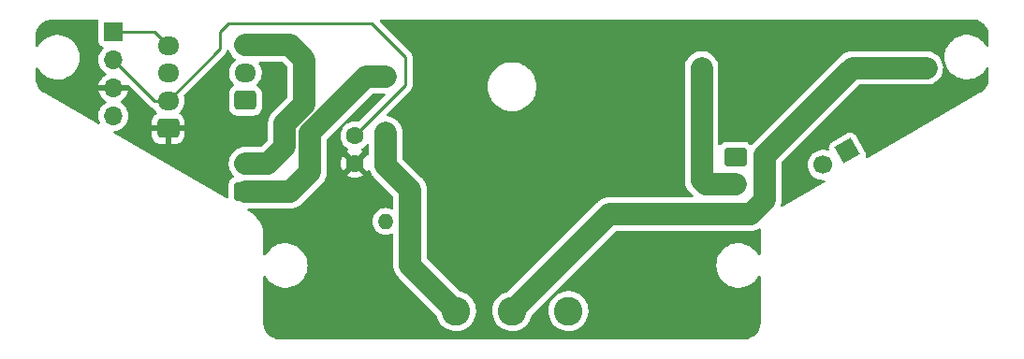
<source format=gbr>
%TF.GenerationSoftware,KiCad,Pcbnew,(6.0.5)*%
%TF.CreationDate,2022-10-17T22:28:47+09:00*%
%TF.ProjectId,kikker_board,6b696b6b-6572-45f6-926f-6172642e6b69,rev?*%
%TF.SameCoordinates,Original*%
%TF.FileFunction,Copper,L1,Top*%
%TF.FilePolarity,Positive*%
%FSLAX46Y46*%
G04 Gerber Fmt 4.6, Leading zero omitted, Abs format (unit mm)*
G04 Created by KiCad (PCBNEW (6.0.5)) date 2022-10-17 22:28:47*
%MOMM*%
%LPD*%
G01*
G04 APERTURE LIST*
G04 Aperture macros list*
%AMRoundRect*
0 Rectangle with rounded corners*
0 $1 Rounding radius*
0 $2 $3 $4 $5 $6 $7 $8 $9 X,Y pos of 4 corners*
0 Add a 4 corners polygon primitive as box body*
4,1,4,$2,$3,$4,$5,$6,$7,$8,$9,$2,$3,0*
0 Add four circle primitives for the rounded corners*
1,1,$1+$1,$2,$3*
1,1,$1+$1,$4,$5*
1,1,$1+$1,$6,$7*
1,1,$1+$1,$8,$9*
0 Add four rect primitives between the rounded corners*
20,1,$1+$1,$2,$3,$4,$5,0*
20,1,$1+$1,$4,$5,$6,$7,0*
20,1,$1+$1,$6,$7,$8,$9,0*
20,1,$1+$1,$8,$9,$2,$3,0*%
%AMHorizOval*
0 Thick line with rounded ends*
0 $1 width*
0 $2 $3 position (X,Y) of the first rounded end (center of the circle)*
0 $4 $5 position (X,Y) of the second rounded end (center of the circle)*
0 Add line between two ends*
20,1,$1,$2,$3,$4,$5,0*
0 Add two circle primitives to create the rounded ends*
1,1,$1,$2,$3*
1,1,$1,$4,$5*%
%AMRotRect*
0 Rectangle, with rotation*
0 The origin of the aperture is its center*
0 $1 length*
0 $2 width*
0 $3 Rotation angle, in degrees counterclockwise*
0 Add horizontal line*
21,1,$1,$2,0,0,$3*%
G04 Aperture macros list end*
%TA.AperFunction,ComponentPad*%
%ADD10C,1.600000*%
%TD*%
%TA.AperFunction,ComponentPad*%
%ADD11C,2.600000*%
%TD*%
%TA.AperFunction,ComponentPad*%
%ADD12C,1.800000*%
%TD*%
%TA.AperFunction,ComponentPad*%
%ADD13C,1.400000*%
%TD*%
%TA.AperFunction,ComponentPad*%
%ADD14O,1.400000X1.400000*%
%TD*%
%TA.AperFunction,ComponentPad*%
%ADD15RoundRect,0.250000X-0.750000X0.600000X-0.750000X-0.600000X0.750000X-0.600000X0.750000X0.600000X0*%
%TD*%
%TA.AperFunction,ComponentPad*%
%ADD16O,2.000000X1.700000*%
%TD*%
%TA.AperFunction,ComponentPad*%
%ADD17RotRect,1.700000X1.700000X300.000000*%
%TD*%
%TA.AperFunction,ComponentPad*%
%ADD18HorizOval,1.700000X0.000000X0.000000X0.000000X0.000000X0*%
%TD*%
%TA.AperFunction,ComponentPad*%
%ADD19RoundRect,0.250000X0.750000X-0.600000X0.750000X0.600000X-0.750000X0.600000X-0.750000X-0.600000X0*%
%TD*%
%TA.AperFunction,ComponentPad*%
%ADD20R,1.700000X1.700000*%
%TD*%
%TA.AperFunction,ComponentPad*%
%ADD21O,1.700000X1.700000*%
%TD*%
%TA.AperFunction,ComponentPad*%
%ADD22RoundRect,0.250000X0.725000X-0.600000X0.725000X0.600000X-0.725000X0.600000X-0.725000X-0.600000X0*%
%TD*%
%TA.AperFunction,ComponentPad*%
%ADD23O,1.950000X1.700000*%
%TD*%
%TA.AperFunction,ViaPad*%
%ADD24C,0.800000*%
%TD*%
%TA.AperFunction,Conductor*%
%ADD25C,0.250000*%
%TD*%
%TA.AperFunction,Conductor*%
%ADD26C,2.000000*%
%TD*%
G04 APERTURE END LIST*
D10*
%TO.P,C1,1*%
%TO.N,GND*%
X138176000Y-85070000D03*
%TO.P,C1,2*%
%TO.N,+5V*%
X138176000Y-82570000D03*
%TD*%
D11*
%TO.P,Q1,1,G*%
%TO.N,Net-(Q1-Pad1)*%
X147320000Y-98440000D03*
%TO.P,Q1,2,D*%
%TO.N,Net-(Q1-Pad2)*%
X152400000Y-98440000D03*
%TO.P,Q1,3,S*%
%TO.N,Net-(J2-Pad1)*%
X157480000Y-98440000D03*
%TD*%
D12*
%TO.P,R3,1*%
%TO.N,Net-(J3-Pad2)*%
X169545000Y-76422500D03*
%TO.P,R3,2*%
%TO.N,Net-(Q1-Pad2)*%
X189865000Y-76422500D03*
%TD*%
D13*
%TO.P,R1,1*%
%TO.N,FET 1*%
X140970000Y-77216000D03*
D14*
%TO.P,R1,2*%
%TO.N,Net-(Q1-Pad1)*%
X140970000Y-82296000D03*
%TD*%
D13*
%TO.P,R2,1*%
%TO.N,Net-(Q1-Pad1)*%
X140970000Y-85246000D03*
D14*
%TO.P,R2,2*%
%TO.N,Net-(J2-Pad1)*%
X140970000Y-90326000D03*
%TD*%
D15*
%TO.P,J3,1,Pin_1*%
%TO.N,Net-(J2-Pad2)*%
X172610000Y-84475000D03*
D16*
%TO.P,J3,2,Pin_2*%
%TO.N,Net-(J3-Pad2)*%
X172610000Y-86975000D03*
%TD*%
D17*
%TO.P,J5,1,Pin_1*%
%TO.N,Brightness*%
X182714183Y-83944500D03*
D18*
%TO.P,J5,2,Pin_2*%
%TO.N,Kathode*%
X180514478Y-85214500D03*
%TD*%
D19*
%TO.P,J1,1,Pin_1*%
%TO.N,FET 1*%
X128270000Y-87590000D03*
D16*
%TO.P,J1,2,Pin_2*%
%TO.N,FET 2*%
X128270000Y-85090000D03*
%TD*%
D20*
%TO.P,J4,1,Pin_1*%
%TO.N,Vout*%
X116332000Y-73152000D03*
D21*
%TO.P,J4,2,Pin_2*%
%TO.N,+5V*%
X116332000Y-75692000D03*
%TO.P,J4,3,Pin_3*%
%TO.N,GND*%
X116332000Y-78232000D03*
%TO.P,J4,4,Pin_4*%
%TO.N,Kathode*%
X116332000Y-80772000D03*
%TD*%
D22*
%TO.P,J6,1,Pin_1*%
%TO.N,GND*%
X121285000Y-81915000D03*
D23*
%TO.P,J6,2,Pin_2*%
%TO.N,+5V*%
X121285000Y-79415000D03*
%TO.P,J6,3,Pin_3*%
%TO.N,Brightness*%
X121285000Y-76915000D03*
%TO.P,J6,4,Pin_4*%
%TO.N,Vout*%
X121285000Y-74415000D03*
%TD*%
D22*
%TO.P,J2,1,Pin_1*%
%TO.N,Net-(J2-Pad1)*%
X128270000Y-79375000D03*
D23*
%TO.P,J2,2,Pin_2*%
%TO.N,Net-(J2-Pad2)*%
X128270000Y-76875000D03*
%TO.P,J2,3,Pin_3*%
%TO.N,FET 2*%
X128270000Y-74375000D03*
%TD*%
D24*
%TO.N,GND*%
X164084000Y-77470000D03*
X163830000Y-87122000D03*
X165862000Y-99060000D03*
X186690000Y-73406000D03*
X143764000Y-73406000D03*
X172720000Y-73406000D03*
X125984000Y-81788000D03*
X176276000Y-80010000D03*
X167132000Y-81534000D03*
X143256000Y-83566000D03*
X160274000Y-99060000D03*
X191262000Y-79502000D03*
X161036000Y-87122000D03*
X123444000Y-80518000D03*
X160782000Y-73660000D03*
X125222000Y-77216000D03*
X167132000Y-87122000D03*
X167132000Y-73406000D03*
X186436000Y-82042000D03*
X188468000Y-79502000D03*
X162052000Y-92202000D03*
X191262000Y-72898000D03*
X164084000Y-95758000D03*
X130810000Y-78994000D03*
X172466000Y-79756000D03*
X113538000Y-72898000D03*
X183642000Y-79502000D03*
X161036000Y-81534000D03*
X168148000Y-92202000D03*
X118364000Y-80264000D03*
X113538000Y-79248000D03*
%TD*%
D25*
%TO.N,+5V*%
X142748000Y-75438000D02*
X142748000Y-77998000D01*
X125984000Y-74716000D02*
X125984000Y-73152000D01*
X121285000Y-79415000D02*
X125984000Y-74716000D01*
X126746000Y-72390000D02*
X139700000Y-72390000D01*
X125984000Y-73152000D02*
X126746000Y-72390000D01*
X116332000Y-75692000D02*
X120055000Y-79415000D01*
X139700000Y-72390000D02*
X142748000Y-75438000D01*
X120055000Y-79415000D02*
X121285000Y-79415000D01*
X142748000Y-77998000D02*
X138176000Y-82570000D01*
D26*
%TO.N,FET 1*%
X134105131Y-85858869D02*
X134105131Y-82289131D01*
X139178263Y-77216000D02*
X134105131Y-82289131D01*
X140970000Y-77216000D02*
X139178263Y-77216000D01*
X132334000Y-87630000D02*
X134105131Y-85858869D01*
X128818458Y-87590000D02*
X128270000Y-87590000D01*
X128858458Y-87630000D02*
X132334000Y-87630000D01*
X128818458Y-87590000D02*
X128858458Y-87630000D01*
%TO.N,FET 2*%
X132287000Y-74375000D02*
X133565836Y-75653836D01*
X131826000Y-83566000D02*
X130302000Y-85090000D01*
X128270000Y-74375000D02*
X132287000Y-74375000D01*
X131826000Y-81457672D02*
X131826000Y-83566000D01*
X133565836Y-75653836D02*
X133565836Y-79717836D01*
X130302000Y-85090000D02*
X128270000Y-85090000D01*
X133565836Y-79717836D02*
X131826000Y-81457672D01*
%TO.N,Net-(J3-Pad2)*%
X169545000Y-86610000D02*
X169545000Y-76422500D01*
X169910000Y-86975000D02*
X169545000Y-86610000D01*
X172610000Y-86975000D02*
X169910000Y-86975000D01*
D25*
%TO.N,Vout*%
X116332000Y-73152000D02*
X120022000Y-73152000D01*
X120022000Y-73152000D02*
X121285000Y-74415000D01*
D26*
%TO.N,Net-(Q1-Pad1)*%
X140970000Y-85246000D02*
X143169520Y-87445520D01*
X143169520Y-87445520D02*
X143169520Y-94289520D01*
X140970000Y-85246000D02*
X140970000Y-82296000D01*
X143169520Y-94289520D02*
X147320000Y-98440000D01*
%TO.N,Net-(Q1-Pad2)*%
X175260000Y-84328000D02*
X175260000Y-88392000D01*
X175260000Y-88392000D02*
X173990000Y-89662000D01*
X183165500Y-76422500D02*
X175260000Y-84328000D01*
X189865000Y-76422500D02*
X183165500Y-76422500D01*
X173990000Y-89662000D02*
X161178000Y-89662000D01*
X161178000Y-89662000D02*
X152400000Y-98440000D01*
%TD*%
%TA.AperFunction,Conductor*%
%TO.N,GND*%
G36*
X192348722Y-72028476D02*
G01*
X193977397Y-72028476D01*
X193996788Y-72029977D01*
X194020480Y-72033667D01*
X194029384Y-72032503D01*
X194029387Y-72032503D01*
X194035737Y-72031673D01*
X194061061Y-72030931D01*
X194230027Y-72043022D01*
X194247821Y-72045581D01*
X194438145Y-72086989D01*
X194455393Y-72092054D01*
X194637896Y-72160129D01*
X194654242Y-72167595D01*
X194712737Y-72199537D01*
X194825193Y-72260946D01*
X194840316Y-72270665D01*
X194996245Y-72387396D01*
X195009829Y-72399168D01*
X195027679Y-72417018D01*
X195147557Y-72536900D01*
X195159329Y-72550486D01*
X195276054Y-72706414D01*
X195285773Y-72721537D01*
X195379119Y-72892490D01*
X195386586Y-72908842D01*
X195454658Y-73091347D01*
X195459722Y-73108593D01*
X195498911Y-73288735D01*
X195501125Y-73298914D01*
X195503683Y-73316704D01*
X195504722Y-73331220D01*
X195515279Y-73478810D01*
X195514571Y-73495858D01*
X195514576Y-73495858D01*
X195514467Y-73504833D01*
X195513085Y-73513706D01*
X195515321Y-73530801D01*
X195517212Y-73545263D01*
X195518276Y-73561602D01*
X195518276Y-74403019D01*
X195498274Y-74471140D01*
X195444618Y-74517633D01*
X195374344Y-74527737D01*
X195309764Y-74498243D01*
X195280310Y-74460809D01*
X195250754Y-74403545D01*
X195250754Y-74403544D01*
X195248789Y-74399738D01*
X195238816Y-74385547D01*
X195147692Y-74255891D01*
X195091321Y-74175683D01*
X195021242Y-74100269D01*
X194907822Y-73978214D01*
X194907819Y-73978211D01*
X194904901Y-73975071D01*
X194901586Y-73972357D01*
X194901582Y-73972354D01*
X194707798Y-73813744D01*
X194692981Y-73801616D01*
X194459480Y-73658527D01*
X194455544Y-73656799D01*
X194212649Y-73550175D01*
X194212645Y-73550174D01*
X194208721Y-73548451D01*
X193945342Y-73473426D01*
X193941100Y-73472822D01*
X193941094Y-73472821D01*
X193693302Y-73437555D01*
X193674219Y-73434839D01*
X193530365Y-73434086D01*
X193404653Y-73433428D01*
X193404647Y-73433428D01*
X193400367Y-73433406D01*
X193396123Y-73433965D01*
X193396119Y-73433965D01*
X193297641Y-73446930D01*
X193128854Y-73469151D01*
X193124714Y-73470284D01*
X193124712Y-73470284D01*
X193081465Y-73482115D01*
X192864704Y-73541414D01*
X192860756Y-73543098D01*
X192616758Y-73647172D01*
X192616754Y-73647174D01*
X192612806Y-73648858D01*
X192570304Y-73674295D01*
X192381501Y-73787290D01*
X192381497Y-73787293D01*
X192377819Y-73789494D01*
X192164094Y-73960720D01*
X192082486Y-74046717D01*
X192010830Y-74122227D01*
X191975584Y-74159368D01*
X191815778Y-74381762D01*
X191687633Y-74623787D01*
X191686161Y-74627810D01*
X191686159Y-74627814D01*
X191601089Y-74860277D01*
X191593519Y-74880963D01*
X191535180Y-75148533D01*
X191534844Y-75152803D01*
X191514841Y-75406964D01*
X191513693Y-75421544D01*
X191514110Y-75428782D01*
X191529458Y-75694946D01*
X191582181Y-75963679D01*
X191583568Y-75967729D01*
X191583569Y-75967734D01*
X191665000Y-76205573D01*
X191670888Y-76222770D01*
X191711851Y-76304217D01*
X191780643Y-76440994D01*
X191793936Y-76467425D01*
X191796362Y-76470954D01*
X191796365Y-76470960D01*
X191900329Y-76622227D01*
X191949050Y-76693116D01*
X191951937Y-76696289D01*
X191951938Y-76696290D01*
X192097358Y-76856105D01*
X192133358Y-76895669D01*
X192136653Y-76898424D01*
X192136654Y-76898425D01*
X192179076Y-76933895D01*
X192343451Y-77071333D01*
X192347092Y-77073617D01*
X192571800Y-77214577D01*
X192571804Y-77214579D01*
X192575440Y-77216860D01*
X192691659Y-77269335D01*
X192821121Y-77327790D01*
X192821125Y-77327792D01*
X192825033Y-77329556D01*
X192850957Y-77337235D01*
X193083499Y-77406117D01*
X193083503Y-77406118D01*
X193087612Y-77407335D01*
X193091846Y-77407983D01*
X193091851Y-77407984D01*
X193354074Y-77448109D01*
X193354076Y-77448109D01*
X193358316Y-77448758D01*
X193497688Y-77450948D01*
X193627847Y-77452993D01*
X193627853Y-77452993D01*
X193632138Y-77453060D01*
X193904011Y-77420160D01*
X194168903Y-77350667D01*
X194172863Y-77349027D01*
X194172868Y-77349025D01*
X194315057Y-77290128D01*
X194421912Y-77245867D01*
X194631511Y-77123387D01*
X194654655Y-77109863D01*
X194654656Y-77109862D01*
X194658358Y-77107699D01*
X194873865Y-76938720D01*
X194880210Y-76932173D01*
X195037787Y-76769566D01*
X195064445Y-76742057D01*
X195066978Y-76738609D01*
X195066982Y-76738604D01*
X195216637Y-76534873D01*
X195226571Y-76521349D01*
X195247280Y-76483209D01*
X195281545Y-76420100D01*
X195331628Y-76369778D01*
X195400966Y-76354522D01*
X195467545Y-76379175D01*
X195510227Y-76435909D01*
X195518276Y-76480222D01*
X195518276Y-77315914D01*
X195516776Y-77335298D01*
X195514639Y-77349025D01*
X195513085Y-77359005D01*
X195515005Y-77373689D01*
X195515717Y-77399433D01*
X195514112Y-77420859D01*
X195502325Y-77578164D01*
X195499518Y-77596786D01*
X195454117Y-77795706D01*
X195448569Y-77813695D01*
X195374025Y-78003634D01*
X195365858Y-78020593D01*
X195263840Y-78197296D01*
X195253231Y-78212856D01*
X195126018Y-78372377D01*
X195113211Y-78386181D01*
X194998089Y-78492998D01*
X194963636Y-78524966D01*
X194948921Y-78536701D01*
X194806709Y-78633658D01*
X194791537Y-78641629D01*
X194791568Y-78641685D01*
X194783739Y-78646078D01*
X194775368Y-78649317D01*
X194768242Y-78654776D01*
X194768239Y-78654777D01*
X194750091Y-78668677D01*
X194736474Y-78677767D01*
X188389987Y-82341913D01*
X184572613Y-84545875D01*
X184543871Y-84562469D01*
X184474876Y-84579207D01*
X184407784Y-84555987D01*
X184363897Y-84500179D01*
X184357148Y-84429504D01*
X184365016Y-84403816D01*
X184367999Y-84396840D01*
X184368001Y-84396834D01*
X184371528Y-84388584D01*
X184374853Y-84360911D01*
X184387830Y-84252881D01*
X184388901Y-84243967D01*
X184381396Y-84198873D01*
X184366284Y-84108076D01*
X184366283Y-84108073D01*
X184364987Y-84100286D01*
X184339746Y-84043057D01*
X183441612Y-82487443D01*
X183404671Y-82436969D01*
X183398568Y-82431947D01*
X183398566Y-82431945D01*
X183299129Y-82350123D01*
X183299130Y-82350123D01*
X183292196Y-82344418D01*
X183283945Y-82340890D01*
X183283943Y-82340889D01*
X183216132Y-82311896D01*
X183158267Y-82287155D01*
X183149358Y-82286085D01*
X183149355Y-82286084D01*
X183057905Y-82275098D01*
X183013650Y-82269782D01*
X183004794Y-82271256D01*
X183004792Y-82271256D01*
X182877759Y-82292399D01*
X182877756Y-82292400D01*
X182869969Y-82293696D01*
X182812740Y-82318937D01*
X181257126Y-83217071D01*
X181206652Y-83254012D01*
X181201630Y-83260115D01*
X181201628Y-83260117D01*
X181157467Y-83313785D01*
X181114101Y-83366487D01*
X181110573Y-83374738D01*
X181110572Y-83374740D01*
X181095587Y-83409789D01*
X181056838Y-83500416D01*
X181055768Y-83509325D01*
X181055767Y-83509328D01*
X181048202Y-83572301D01*
X181039465Y-83645033D01*
X181040939Y-83653889D01*
X181040939Y-83653891D01*
X181059940Y-83768051D01*
X181051394Y-83838532D01*
X181006099Y-83893203D01*
X180938438Y-83914707D01*
X180893591Y-83907511D01*
X180867569Y-83898296D01*
X180867561Y-83898294D01*
X180862690Y-83896569D01*
X180857597Y-83895662D01*
X180857594Y-83895661D01*
X180647851Y-83858300D01*
X180647845Y-83858299D01*
X180642762Y-83857394D01*
X180568930Y-83856492D01*
X180424559Y-83854728D01*
X180424557Y-83854728D01*
X180419389Y-83854665D01*
X180198569Y-83888455D01*
X179986234Y-83957857D01*
X179959214Y-83971923D01*
X179822567Y-84043057D01*
X179788085Y-84061007D01*
X179783952Y-84064110D01*
X179783949Y-84064112D01*
X179613578Y-84192030D01*
X179609443Y-84195135D01*
X179605871Y-84198873D01*
X179462891Y-84348493D01*
X179455107Y-84356638D01*
X179329221Y-84541180D01*
X179292096Y-84621159D01*
X179252965Y-84705461D01*
X179235166Y-84743805D01*
X179175467Y-84959070D01*
X179151729Y-85181195D01*
X179152026Y-85186348D01*
X179152026Y-85186351D01*
X179164284Y-85398946D01*
X179164588Y-85404215D01*
X179165725Y-85409261D01*
X179165726Y-85409267D01*
X179178727Y-85466955D01*
X179213700Y-85622139D01*
X179297744Y-85829116D01*
X179310737Y-85850319D01*
X179409718Y-86011841D01*
X179414465Y-86019588D01*
X179560728Y-86188438D01*
X179732604Y-86331132D01*
X179925478Y-86443838D01*
X180134170Y-86523530D01*
X180139238Y-86524561D01*
X180139241Y-86524562D01*
X180246857Y-86546457D01*
X180353075Y-86568067D01*
X180358250Y-86568257D01*
X180358252Y-86568257D01*
X180571148Y-86576064D01*
X180571154Y-86576064D01*
X180576315Y-86576253D01*
X180581325Y-86575611D01*
X180650249Y-86592495D01*
X180699128Y-86643986D01*
X180712408Y-86713730D01*
X180685875Y-86779582D01*
X180650006Y-86810592D01*
X176890072Y-88981391D01*
X176821077Y-88998129D01*
X176753985Y-88974909D01*
X176710098Y-88919101D01*
X176704203Y-88844359D01*
X176711435Y-88812529D01*
X176715163Y-88799441D01*
X176725862Y-88768369D01*
X176739243Y-88690900D01*
X176740526Y-88684482D01*
X176741249Y-88681302D01*
X176757935Y-88607856D01*
X176759999Y-88575047D01*
X176761585Y-88561547D01*
X176767179Y-88529164D01*
X176767689Y-88517938D01*
X176768436Y-88501494D01*
X176768436Y-88501475D01*
X176768500Y-88500075D01*
X176768500Y-88443893D01*
X176768749Y-88435981D01*
X176772860Y-88370642D01*
X176773178Y-88365588D01*
X176769101Y-88324009D01*
X176768500Y-88311713D01*
X176768500Y-85005031D01*
X176788502Y-84936910D01*
X176805405Y-84915936D01*
X183753437Y-77967905D01*
X183815749Y-77933879D01*
X183842532Y-77931000D01*
X189926001Y-77931000D01*
X189928509Y-77930798D01*
X189928514Y-77930798D01*
X190101924Y-77916846D01*
X190101929Y-77916845D01*
X190106965Y-77916440D01*
X190111873Y-77915234D01*
X190111876Y-77915234D01*
X190337792Y-77859744D01*
X190342706Y-77858537D01*
X190347358Y-77856562D01*
X190347362Y-77856561D01*
X190531440Y-77778424D01*
X190566156Y-77763688D01*
X190714080Y-77670535D01*
X190767288Y-77637028D01*
X190767291Y-77637026D01*
X190771567Y-77634333D01*
X190851772Y-77563623D01*
X190949858Y-77477150D01*
X190949861Y-77477147D01*
X190953655Y-77473802D01*
X190970748Y-77452993D01*
X191104526Y-77290128D01*
X191104528Y-77290125D01*
X191107734Y-77286222D01*
X191213179Y-77105050D01*
X191227299Y-77080790D01*
X191227300Y-77080788D01*
X191229841Y-77076422D01*
X191242068Y-77044570D01*
X191315020Y-76854522D01*
X191315021Y-76854518D01*
X191316833Y-76849798D01*
X191317868Y-76844845D01*
X191365440Y-76617131D01*
X191365440Y-76617127D01*
X191366474Y-76612180D01*
X191377486Y-76369683D01*
X191376905Y-76364659D01*
X191350167Y-76133571D01*
X191350166Y-76133567D01*
X191349585Y-76128544D01*
X191345081Y-76112625D01*
X191284866Y-75899831D01*
X191283490Y-75894968D01*
X191281356Y-75890392D01*
X191281354Y-75890386D01*
X191183038Y-75679546D01*
X191183036Y-75679542D01*
X191180901Y-75674964D01*
X191174832Y-75666033D01*
X191075731Y-75520212D01*
X191044456Y-75474193D01*
X190877668Y-75297819D01*
X190853589Y-75279409D01*
X190688846Y-75153453D01*
X190688842Y-75153450D01*
X190684826Y-75150380D01*
X190595445Y-75102454D01*
X190504080Y-75053465D01*
X190470891Y-75035669D01*
X190241369Y-74956638D01*
X190124184Y-74936397D01*
X190006074Y-74915996D01*
X190006068Y-74915995D01*
X190002164Y-74915321D01*
X189998203Y-74915141D01*
X189998202Y-74915141D01*
X189974494Y-74914064D01*
X189974475Y-74914064D01*
X189973075Y-74914000D01*
X183189502Y-74914000D01*
X183185983Y-74913951D01*
X183091350Y-74911307D01*
X183091347Y-74911307D01*
X183086295Y-74911166D01*
X183008402Y-74921559D01*
X183001861Y-74922258D01*
X182973168Y-74924567D01*
X182928577Y-74928154D01*
X182928573Y-74928155D01*
X182923535Y-74928560D01*
X182891622Y-74936399D01*
X182878242Y-74938926D01*
X182845680Y-74943271D01*
X182840839Y-74944732D01*
X182840837Y-74944733D01*
X182770471Y-74965978D01*
X182764110Y-74967719D01*
X182687794Y-74986463D01*
X182683134Y-74988441D01*
X182657549Y-74999301D01*
X182644739Y-75003938D01*
X182613292Y-75013433D01*
X182608744Y-75015651D01*
X182608737Y-75015654D01*
X182542682Y-75047871D01*
X182536680Y-75050607D01*
X182503256Y-75064795D01*
X182464344Y-75081312D01*
X182443223Y-75094613D01*
X182436544Y-75098819D01*
X182424640Y-75105445D01*
X182395112Y-75119846D01*
X182390975Y-75122765D01*
X182390974Y-75122765D01*
X182380175Y-75130383D01*
X182335899Y-75161617D01*
X182330903Y-75165141D01*
X182325414Y-75168801D01*
X182272342Y-75202223D01*
X182258933Y-75210667D01*
X182255144Y-75214008D01*
X182255138Y-75214012D01*
X182234283Y-75232398D01*
X182223588Y-75240844D01*
X182196753Y-75259774D01*
X182175250Y-75279409D01*
X182135534Y-75319125D01*
X182129764Y-75324544D01*
X182080642Y-75367850D01*
X182080639Y-75367853D01*
X182076845Y-75371198D01*
X182073635Y-75375106D01*
X182073634Y-75375107D01*
X182050321Y-75403489D01*
X182042051Y-75412608D01*
X174210334Y-83244325D01*
X174207812Y-83246779D01*
X174146576Y-83304687D01*
X174135319Y-83315332D01*
X174132252Y-83319343D01*
X174132247Y-83319349D01*
X174109119Y-83349600D01*
X174051855Y-83391568D01*
X173980991Y-83395915D01*
X173920004Y-83362245D01*
X173838483Y-83280866D01*
X173833303Y-83275695D01*
X173827072Y-83271854D01*
X173688968Y-83186725D01*
X173688966Y-83186724D01*
X173682738Y-83182885D01*
X173522254Y-83129655D01*
X173521389Y-83129368D01*
X173521387Y-83129368D01*
X173514861Y-83127203D01*
X173508025Y-83126503D01*
X173508022Y-83126502D01*
X173464969Y-83122091D01*
X173410400Y-83116500D01*
X171809600Y-83116500D01*
X171806354Y-83116837D01*
X171806350Y-83116837D01*
X171710692Y-83126762D01*
X171710688Y-83126763D01*
X171703834Y-83127474D01*
X171697298Y-83129655D01*
X171697296Y-83129655D01*
X171565194Y-83173728D01*
X171536054Y-83183450D01*
X171385652Y-83276522D01*
X171380479Y-83281704D01*
X171268673Y-83393705D01*
X171206390Y-83427784D01*
X171135570Y-83422781D01*
X171078698Y-83380284D01*
X171053829Y-83313785D01*
X171053500Y-83304687D01*
X171053500Y-76361499D01*
X171052939Y-76354522D01*
X171039346Y-76185576D01*
X171039345Y-76185571D01*
X171038940Y-76180535D01*
X171026867Y-76131380D01*
X170982244Y-75949708D01*
X170981037Y-75944794D01*
X170977965Y-75937555D01*
X170903406Y-75761908D01*
X170886188Y-75721344D01*
X170796981Y-75579686D01*
X170759528Y-75520212D01*
X170759526Y-75520209D01*
X170756833Y-75515933D01*
X170691923Y-75442306D01*
X170599650Y-75337642D01*
X170599647Y-75337639D01*
X170596302Y-75333845D01*
X170582007Y-75322103D01*
X170412628Y-75182974D01*
X170412625Y-75182972D01*
X170408722Y-75179766D01*
X170256759Y-75091321D01*
X170203290Y-75060201D01*
X170203288Y-75060200D01*
X170198922Y-75057659D01*
X170173423Y-75047871D01*
X169977022Y-74972480D01*
X169977018Y-74972479D01*
X169972298Y-74970667D01*
X169967348Y-74969633D01*
X169967345Y-74969632D01*
X169739631Y-74922060D01*
X169739627Y-74922060D01*
X169734680Y-74921026D01*
X169492183Y-74910014D01*
X169487163Y-74910595D01*
X169487159Y-74910595D01*
X169256071Y-74937333D01*
X169256067Y-74937334D01*
X169251044Y-74937915D01*
X169246180Y-74939291D01*
X169246177Y-74939292D01*
X169145718Y-74967719D01*
X169017468Y-75004010D01*
X169012892Y-75006144D01*
X169012886Y-75006146D01*
X168802046Y-75104462D01*
X168802042Y-75104464D01*
X168797464Y-75106599D01*
X168793283Y-75109440D01*
X168793282Y-75109441D01*
X168734760Y-75149213D01*
X168596693Y-75243044D01*
X168420319Y-75409832D01*
X168417241Y-75413858D01*
X168417240Y-75413859D01*
X168275953Y-75598654D01*
X168275950Y-75598658D01*
X168272880Y-75602674D01*
X168270490Y-75607132D01*
X168270489Y-75607133D01*
X168212620Y-75715058D01*
X168158169Y-75816609D01*
X168079138Y-76046131D01*
X168067653Y-76112625D01*
X168041469Y-76264217D01*
X168037821Y-76285336D01*
X168037641Y-76289297D01*
X168037641Y-76289298D01*
X168036655Y-76311020D01*
X168036500Y-76314425D01*
X168036500Y-86585984D01*
X168036451Y-86589502D01*
X168033960Y-86678695D01*
X168033666Y-86689205D01*
X168041647Y-86749015D01*
X168044058Y-86767086D01*
X168044759Y-86773647D01*
X168048706Y-86822702D01*
X168051060Y-86851965D01*
X168058897Y-86883870D01*
X168061426Y-86897258D01*
X168065771Y-86929820D01*
X168067232Y-86934661D01*
X168067233Y-86934663D01*
X168088478Y-87005029D01*
X168090219Y-87011390D01*
X168108963Y-87087706D01*
X168110941Y-87092366D01*
X168121801Y-87117951D01*
X168126438Y-87130761D01*
X168135933Y-87162208D01*
X168138151Y-87166756D01*
X168138154Y-87166763D01*
X168170371Y-87232818D01*
X168173107Y-87238820D01*
X168203812Y-87311156D01*
X168206504Y-87315430D01*
X168221319Y-87338956D01*
X168227945Y-87350860D01*
X168242346Y-87380388D01*
X168245265Y-87384525D01*
X168245265Y-87384526D01*
X168287641Y-87444597D01*
X168291301Y-87450086D01*
X168330471Y-87512286D01*
X168333167Y-87516567D01*
X168336508Y-87520356D01*
X168336512Y-87520362D01*
X168354898Y-87541217D01*
X168363344Y-87551912D01*
X168382274Y-87578747D01*
X168401909Y-87600250D01*
X168441625Y-87639966D01*
X168447044Y-87645736D01*
X168490350Y-87694858D01*
X168490353Y-87694861D01*
X168493698Y-87698655D01*
X168497606Y-87701865D01*
X168497607Y-87701866D01*
X168525989Y-87725179D01*
X168535108Y-87733449D01*
X168740064Y-87938405D01*
X168774090Y-88000717D01*
X168769025Y-88071532D01*
X168726478Y-88128368D01*
X168659958Y-88153179D01*
X168650969Y-88153500D01*
X161202016Y-88153500D01*
X161198498Y-88153451D01*
X161103850Y-88150807D01*
X161103847Y-88150807D01*
X161098795Y-88150666D01*
X161020902Y-88161059D01*
X161014361Y-88161758D01*
X160985668Y-88164067D01*
X160941077Y-88167654D01*
X160941073Y-88167655D01*
X160936035Y-88168060D01*
X160904122Y-88175899D01*
X160890742Y-88178426D01*
X160858180Y-88182771D01*
X160853339Y-88184232D01*
X160853337Y-88184233D01*
X160782971Y-88205478D01*
X160776610Y-88207219D01*
X160700294Y-88225963D01*
X160695634Y-88227941D01*
X160670049Y-88238801D01*
X160657239Y-88243438D01*
X160625792Y-88252933D01*
X160621244Y-88255151D01*
X160621237Y-88255154D01*
X160555182Y-88287371D01*
X160549180Y-88290107D01*
X160504496Y-88309075D01*
X160476844Y-88320812D01*
X160452532Y-88336123D01*
X160449044Y-88338319D01*
X160437140Y-88344945D01*
X160407612Y-88359346D01*
X160403475Y-88362265D01*
X160403474Y-88362265D01*
X160343403Y-88404641D01*
X160337914Y-88408301D01*
X160281396Y-88443893D01*
X160271433Y-88450167D01*
X160267644Y-88453508D01*
X160267638Y-88453512D01*
X160246783Y-88471898D01*
X160236088Y-88480344D01*
X160209253Y-88499274D01*
X160187750Y-88518909D01*
X160148034Y-88558625D01*
X160142264Y-88564044D01*
X160093142Y-88607350D01*
X160093139Y-88607353D01*
X160089345Y-88610698D01*
X160086135Y-88614606D01*
X160086134Y-88614607D01*
X160062821Y-88642989D01*
X160054551Y-88652108D01*
X152070699Y-96635960D01*
X152016863Y-96667830D01*
X151764874Y-96741278D01*
X151520763Y-96853815D01*
X151516854Y-96856378D01*
X151299881Y-96998631D01*
X151299876Y-96998635D01*
X151295968Y-97001197D01*
X151095426Y-97180188D01*
X150923544Y-97386854D01*
X150784096Y-97616656D01*
X150680148Y-97864545D01*
X150613981Y-98125077D01*
X150587050Y-98392526D01*
X150587274Y-98397192D01*
X150587274Y-98397197D01*
X150589482Y-98443160D01*
X150599947Y-98661019D01*
X150652388Y-98924656D01*
X150743220Y-99177646D01*
X150870450Y-99414431D01*
X150873241Y-99418168D01*
X150873245Y-99418175D01*
X150969421Y-99546969D01*
X151031281Y-99629810D01*
X151034590Y-99633090D01*
X151034595Y-99633096D01*
X151143492Y-99741046D01*
X151222180Y-99819050D01*
X151225942Y-99821808D01*
X151225945Y-99821811D01*
X151227418Y-99822891D01*
X151438954Y-99977995D01*
X151443089Y-99980171D01*
X151443093Y-99980173D01*
X151672698Y-100100975D01*
X151676840Y-100103154D01*
X151930613Y-100191775D01*
X151935206Y-100192647D01*
X152190109Y-100241042D01*
X152190112Y-100241042D01*
X152194698Y-100241913D01*
X152322370Y-100246929D01*
X152458625Y-100252283D01*
X152458630Y-100252283D01*
X152463293Y-100252466D01*
X152567607Y-100241042D01*
X152725844Y-100223713D01*
X152725850Y-100223712D01*
X152730497Y-100223203D01*
X152735021Y-100222012D01*
X152985918Y-100155956D01*
X152985920Y-100155955D01*
X152990441Y-100154765D01*
X152994738Y-100152919D01*
X153233120Y-100050502D01*
X153233122Y-100050501D01*
X153237414Y-100048657D01*
X153399037Y-99948642D01*
X153462017Y-99909669D01*
X153462021Y-99909666D01*
X153465990Y-99907210D01*
X153671149Y-99733530D01*
X153848382Y-99531434D01*
X153851712Y-99526258D01*
X153991269Y-99309291D01*
X153993797Y-99305361D01*
X154104199Y-99060278D01*
X154141209Y-98929051D01*
X154170356Y-98825704D01*
X154202530Y-98770811D01*
X154580815Y-98392526D01*
X155667050Y-98392526D01*
X155667274Y-98397192D01*
X155667274Y-98397197D01*
X155669482Y-98443160D01*
X155679947Y-98661019D01*
X155732388Y-98924656D01*
X155823220Y-99177646D01*
X155950450Y-99414431D01*
X155953241Y-99418168D01*
X155953245Y-99418175D01*
X156049421Y-99546969D01*
X156111281Y-99629810D01*
X156114590Y-99633090D01*
X156114595Y-99633096D01*
X156223492Y-99741046D01*
X156302180Y-99819050D01*
X156305942Y-99821808D01*
X156305945Y-99821811D01*
X156307418Y-99822891D01*
X156518954Y-99977995D01*
X156523089Y-99980171D01*
X156523093Y-99980173D01*
X156752698Y-100100975D01*
X156756840Y-100103154D01*
X157010613Y-100191775D01*
X157015206Y-100192647D01*
X157270109Y-100241042D01*
X157270112Y-100241042D01*
X157274698Y-100241913D01*
X157402370Y-100246929D01*
X157538625Y-100252283D01*
X157538630Y-100252283D01*
X157543293Y-100252466D01*
X157647607Y-100241042D01*
X157805844Y-100223713D01*
X157805850Y-100223712D01*
X157810497Y-100223203D01*
X157815021Y-100222012D01*
X158065918Y-100155956D01*
X158065920Y-100155955D01*
X158070441Y-100154765D01*
X158074738Y-100152919D01*
X158313120Y-100050502D01*
X158313122Y-100050501D01*
X158317414Y-100048657D01*
X158479037Y-99948642D01*
X158542017Y-99909669D01*
X158542021Y-99909666D01*
X158545990Y-99907210D01*
X158751149Y-99733530D01*
X158928382Y-99531434D01*
X158931712Y-99526258D01*
X159071269Y-99309291D01*
X159073797Y-99305361D01*
X159184199Y-99060278D01*
X159221209Y-98929051D01*
X159255893Y-98806072D01*
X159255894Y-98806069D01*
X159257163Y-98801568D01*
X159275043Y-98661019D01*
X159290688Y-98538045D01*
X159290688Y-98538041D01*
X159291086Y-98534915D01*
X159293571Y-98440000D01*
X159273650Y-98171937D01*
X159214327Y-97909763D01*
X159116902Y-97659238D01*
X158983518Y-97425864D01*
X158817105Y-97214769D01*
X158621317Y-97030591D01*
X158400457Y-96877374D01*
X158396264Y-96875306D01*
X158163564Y-96760551D01*
X158163561Y-96760550D01*
X158159376Y-96758486D01*
X158111745Y-96743239D01*
X158057621Y-96725914D01*
X157903370Y-96676538D01*
X157898763Y-96675788D01*
X157898760Y-96675787D01*
X157642674Y-96634081D01*
X157642675Y-96634081D01*
X157638063Y-96633330D01*
X157507719Y-96631624D01*
X157373961Y-96629873D01*
X157373958Y-96629873D01*
X157369284Y-96629812D01*
X157102937Y-96666060D01*
X157098451Y-96667368D01*
X157098449Y-96667368D01*
X157069565Y-96675787D01*
X156844874Y-96741278D01*
X156600763Y-96853815D01*
X156596854Y-96856378D01*
X156379881Y-96998631D01*
X156379876Y-96998635D01*
X156375968Y-97001197D01*
X156175426Y-97180188D01*
X156003544Y-97386854D01*
X155864096Y-97616656D01*
X155760148Y-97864545D01*
X155693981Y-98125077D01*
X155667050Y-98392526D01*
X154580815Y-98392526D01*
X161765936Y-91207405D01*
X161828248Y-91173379D01*
X161855031Y-91170500D01*
X173965984Y-91170500D01*
X173969502Y-91170549D01*
X174064150Y-91173193D01*
X174064153Y-91173193D01*
X174069205Y-91173334D01*
X174147098Y-91162941D01*
X174153639Y-91162242D01*
X174182332Y-91159933D01*
X174226923Y-91156346D01*
X174226927Y-91156345D01*
X174231965Y-91155940D01*
X174263878Y-91148101D01*
X174277258Y-91145574D01*
X174309820Y-91141229D01*
X174314661Y-91139768D01*
X174314663Y-91139767D01*
X174385029Y-91118522D01*
X174391392Y-91116781D01*
X174467706Y-91098037D01*
X174497952Y-91085199D01*
X174510763Y-91080561D01*
X174537362Y-91072530D01*
X174542208Y-91071067D01*
X174546756Y-91068849D01*
X174546763Y-91068846D01*
X174612818Y-91036629D01*
X174618820Y-91033893D01*
X174673393Y-91010728D01*
X174691156Y-91003188D01*
X174718956Y-90985681D01*
X174730868Y-90979052D01*
X174747177Y-90971098D01*
X174817172Y-90959215D01*
X174882480Y-90987060D01*
X174922366Y-91045794D01*
X174926495Y-91106225D01*
X174892578Y-91298570D01*
X174878566Y-91539116D01*
X174877538Y-91556756D01*
X174876006Y-91570324D01*
X174874760Y-91577729D01*
X174874607Y-91590281D01*
X174875297Y-91595097D01*
X174878564Y-91617913D01*
X174879836Y-91635774D01*
X174879836Y-93272239D01*
X174859834Y-93340360D01*
X174806178Y-93386853D01*
X174735904Y-93396957D01*
X174671324Y-93367463D01*
X174641870Y-93330029D01*
X174612315Y-93272767D01*
X174612315Y-93272766D01*
X174610350Y-93268960D01*
X174600377Y-93254769D01*
X174455345Y-93048410D01*
X174452882Y-93044905D01*
X174266462Y-92844293D01*
X174263147Y-92841579D01*
X174263143Y-92841576D01*
X174057860Y-92673554D01*
X174054542Y-92670838D01*
X173821041Y-92527749D01*
X173817105Y-92526021D01*
X173574210Y-92419397D01*
X173574206Y-92419396D01*
X173570282Y-92417673D01*
X173306903Y-92342648D01*
X173302661Y-92342044D01*
X173302655Y-92342043D01*
X173102171Y-92313510D01*
X173035780Y-92304061D01*
X172891926Y-92303308D01*
X172766214Y-92302650D01*
X172766208Y-92302650D01*
X172761928Y-92302628D01*
X172757684Y-92303187D01*
X172757680Y-92303187D01*
X172638639Y-92318859D01*
X172490415Y-92338373D01*
X172486275Y-92339506D01*
X172486273Y-92339506D01*
X172466779Y-92344839D01*
X172226265Y-92410636D01*
X172222317Y-92412320D01*
X171978319Y-92516394D01*
X171978315Y-92516396D01*
X171974367Y-92518080D01*
X171855751Y-92589070D01*
X171743062Y-92656512D01*
X171743058Y-92656515D01*
X171739380Y-92658716D01*
X171525655Y-92829942D01*
X171337145Y-93028590D01*
X171177339Y-93250984D01*
X171049194Y-93493009D01*
X171047722Y-93497032D01*
X171047720Y-93497036D01*
X170956551Y-93746165D01*
X170955080Y-93750185D01*
X170896741Y-94017755D01*
X170875254Y-94290766D01*
X170875671Y-94298004D01*
X170891019Y-94564168D01*
X170943742Y-94832901D01*
X170945129Y-94836951D01*
X170945130Y-94836956D01*
X171011356Y-95030386D01*
X171032449Y-95091992D01*
X171061575Y-95149902D01*
X171131696Y-95289323D01*
X171155497Y-95336647D01*
X171157923Y-95340176D01*
X171157926Y-95340182D01*
X171202268Y-95404699D01*
X171310611Y-95562338D01*
X171494919Y-95764891D01*
X171705012Y-95940555D01*
X171708653Y-95942839D01*
X171933361Y-96083799D01*
X171933365Y-96083801D01*
X171937001Y-96086082D01*
X172061798Y-96142430D01*
X172182682Y-96197012D01*
X172182686Y-96197014D01*
X172186594Y-96198778D01*
X172190714Y-96199998D01*
X172190713Y-96199998D01*
X172445060Y-96275339D01*
X172445064Y-96275340D01*
X172449173Y-96276557D01*
X172453407Y-96277205D01*
X172453412Y-96277206D01*
X172715635Y-96317331D01*
X172715637Y-96317331D01*
X172719877Y-96317980D01*
X172859249Y-96320170D01*
X172989408Y-96322215D01*
X172989414Y-96322215D01*
X172993699Y-96322282D01*
X173265572Y-96289382D01*
X173530464Y-96219889D01*
X173534424Y-96218249D01*
X173534429Y-96218247D01*
X173656968Y-96167489D01*
X173783473Y-96115089D01*
X174019919Y-95976921D01*
X174235426Y-95807942D01*
X174277146Y-95764891D01*
X174359396Y-95680015D01*
X174426006Y-95611279D01*
X174428539Y-95607831D01*
X174428543Y-95607826D01*
X174585594Y-95394026D01*
X174588132Y-95390571D01*
X174594863Y-95378175D01*
X174610462Y-95349445D01*
X174643106Y-95289322D01*
X174693187Y-95239002D01*
X174762525Y-95223745D01*
X174829105Y-95248397D01*
X174871786Y-95305132D01*
X174879836Y-95349445D01*
X174879837Y-98436924D01*
X174879837Y-99470614D01*
X174878337Y-99489998D01*
X174874646Y-99513705D01*
X174876641Y-99528957D01*
X174877384Y-99554284D01*
X174865301Y-99723258D01*
X174862744Y-99741046D01*
X174827257Y-99904192D01*
X174821340Y-99931392D01*
X174816277Y-99948637D01*
X174758072Y-100104697D01*
X174748208Y-100131145D01*
X174740740Y-100147497D01*
X174647407Y-100318431D01*
X174647393Y-100318456D01*
X174637674Y-100333580D01*
X174520943Y-100489518D01*
X174509171Y-100503104D01*
X174371440Y-100640840D01*
X174357856Y-100652611D01*
X174310778Y-100687855D01*
X174201921Y-100769347D01*
X174186797Y-100779067D01*
X174015839Y-100872420D01*
X173999487Y-100879888D01*
X173816981Y-100947963D01*
X173799731Y-100953028D01*
X173704567Y-100973731D01*
X173609399Y-100994435D01*
X173591609Y-100996994D01*
X173521564Y-101002005D01*
X173430000Y-101008556D01*
X173410685Y-101007753D01*
X173403474Y-101007665D01*
X173394603Y-101006284D01*
X173366718Y-101009931D01*
X173363047Y-101010411D01*
X173346707Y-101011475D01*
X152351823Y-101011476D01*
X131433657Y-101011476D01*
X131414271Y-101009976D01*
X131399439Y-101007666D01*
X131399436Y-101007666D01*
X131390567Y-101006285D01*
X131375310Y-101008280D01*
X131349990Y-101009023D01*
X131181013Y-100996936D01*
X131163227Y-100994379D01*
X131054827Y-100970797D01*
X130972897Y-100952973D01*
X130955655Y-100947911D01*
X130773140Y-100879835D01*
X130756800Y-100872372D01*
X130585850Y-100779024D01*
X130570726Y-100769305D01*
X130461924Y-100687855D01*
X130414792Y-100652572D01*
X130401207Y-100640799D01*
X130263482Y-100503071D01*
X130251709Y-100489485D01*
X130134984Y-100333555D01*
X130125265Y-100318431D01*
X130031917Y-100147473D01*
X130024449Y-100131120D01*
X129956385Y-99948628D01*
X129951320Y-99931379D01*
X129909918Y-99741046D01*
X129907360Y-99723252D01*
X129900678Y-99629810D01*
X129895773Y-99561221D01*
X129896489Y-99543997D01*
X129896598Y-99535130D01*
X129897979Y-99526258D01*
X129893851Y-99494686D01*
X129892788Y-99478351D01*
X129892788Y-95354320D01*
X129912790Y-95286199D01*
X129966446Y-95239706D01*
X130036720Y-95229602D01*
X130101300Y-95259096D01*
X130131353Y-95297705D01*
X130151448Y-95337661D01*
X130153874Y-95341190D01*
X130153877Y-95341196D01*
X130197522Y-95404699D01*
X130306562Y-95563352D01*
X130490870Y-95765905D01*
X130494165Y-95768660D01*
X130494166Y-95768661D01*
X130545529Y-95811607D01*
X130700963Y-95941569D01*
X130704604Y-95943853D01*
X130929312Y-96084813D01*
X130929316Y-96084815D01*
X130932952Y-96087096D01*
X130998586Y-96116731D01*
X131178633Y-96198026D01*
X131178637Y-96198028D01*
X131182545Y-96199792D01*
X131186665Y-96201012D01*
X131186664Y-96201012D01*
X131441011Y-96276353D01*
X131441015Y-96276354D01*
X131445124Y-96277571D01*
X131449358Y-96278219D01*
X131449363Y-96278220D01*
X131711586Y-96318345D01*
X131711588Y-96318345D01*
X131715828Y-96318994D01*
X131855200Y-96321184D01*
X131985359Y-96323229D01*
X131985365Y-96323229D01*
X131989650Y-96323296D01*
X132261523Y-96290396D01*
X132526415Y-96220903D01*
X132530375Y-96219263D01*
X132530380Y-96219261D01*
X132652919Y-96168503D01*
X132779424Y-96116103D01*
X133015870Y-95977935D01*
X133231377Y-95808956D01*
X133235349Y-95804858D01*
X133418974Y-95615371D01*
X133421957Y-95612293D01*
X133424490Y-95608845D01*
X133424494Y-95608840D01*
X133581545Y-95395040D01*
X133584083Y-95391585D01*
X133586129Y-95387817D01*
X133712706Y-95154692D01*
X133712707Y-95154690D01*
X133714756Y-95150916D01*
X133811557Y-94894739D01*
X133852461Y-94716141D01*
X133871737Y-94631979D01*
X133871738Y-94631975D01*
X133872695Y-94627795D01*
X133875637Y-94594837D01*
X133896819Y-94357489D01*
X133896819Y-94357487D01*
X133897039Y-94355023D01*
X133897481Y-94312862D01*
X133895684Y-94286496D01*
X133879147Y-94043917D01*
X133879146Y-94043911D01*
X133878855Y-94039640D01*
X133875578Y-94023813D01*
X133824189Y-93775671D01*
X133823320Y-93771474D01*
X133731905Y-93513327D01*
X133606301Y-93269974D01*
X133596328Y-93255783D01*
X133451296Y-93049424D01*
X133448833Y-93045919D01*
X133262413Y-92845307D01*
X133259098Y-92842593D01*
X133259094Y-92842590D01*
X133053811Y-92674568D01*
X133050493Y-92671852D01*
X132816992Y-92528763D01*
X132810746Y-92526021D01*
X132570161Y-92420411D01*
X132570157Y-92420410D01*
X132566233Y-92418687D01*
X132302854Y-92343662D01*
X132298612Y-92343058D01*
X132298606Y-92343057D01*
X132098122Y-92314524D01*
X132031731Y-92305075D01*
X131887877Y-92304322D01*
X131762165Y-92303664D01*
X131762159Y-92303664D01*
X131757879Y-92303642D01*
X131753635Y-92304201D01*
X131753631Y-92304201D01*
X131634590Y-92319873D01*
X131486366Y-92339387D01*
X131482226Y-92340520D01*
X131482224Y-92340520D01*
X131409296Y-92360471D01*
X131222216Y-92411650D01*
X131218268Y-92413334D01*
X130974270Y-92517408D01*
X130974266Y-92517410D01*
X130970318Y-92519094D01*
X130950413Y-92531007D01*
X130739013Y-92657526D01*
X130739009Y-92657529D01*
X130735331Y-92659730D01*
X130521606Y-92830956D01*
X130505967Y-92847436D01*
X130337009Y-93025481D01*
X130333096Y-93029604D01*
X130173290Y-93251998D01*
X130171286Y-93255783D01*
X130130143Y-93333489D01*
X130080590Y-93384332D01*
X130011416Y-93400314D01*
X129944582Y-93376360D01*
X129901308Y-93320076D01*
X129892788Y-93274530D01*
X129892788Y-91643414D01*
X129894534Y-91622510D01*
X129897864Y-91602717D01*
X129898017Y-91590165D01*
X129897170Y-91584252D01*
X129896111Y-91573722D01*
X129895839Y-91569043D01*
X129880077Y-91298474D01*
X129846179Y-91106228D01*
X129829976Y-91014333D01*
X129829975Y-91014327D01*
X129829340Y-91010728D01*
X129745543Y-90730818D01*
X129629820Y-90462526D01*
X129483735Y-90209483D01*
X129309263Y-89975107D01*
X129108764Y-89762570D01*
X129057373Y-89719442D01*
X129016777Y-89685375D01*
X128884949Y-89574744D01*
X128881891Y-89572732D01*
X128881885Y-89572728D01*
X128668897Y-89432624D01*
X128657915Y-89424514D01*
X128652125Y-89419732D01*
X128647940Y-89417246D01*
X128647935Y-89417243D01*
X128645518Y-89415808D01*
X128645517Y-89415808D01*
X128641332Y-89413322D01*
X128615422Y-89402931D01*
X128599321Y-89395102D01*
X128529775Y-89354941D01*
X128480786Y-89303554D01*
X128467357Y-89233839D01*
X128493750Y-89167931D01*
X128551585Y-89126754D01*
X128620699Y-89122959D01*
X128630714Y-89125234D01*
X128642603Y-89127935D01*
X128675409Y-89129999D01*
X128688913Y-89131586D01*
X128711141Y-89135425D01*
X128717391Y-89136505D01*
X128717394Y-89136505D01*
X128721294Y-89137179D01*
X128725251Y-89137359D01*
X128725254Y-89137359D01*
X128748964Y-89138436D01*
X128748983Y-89138436D01*
X128750383Y-89138500D01*
X128806566Y-89138500D01*
X128814477Y-89138749D01*
X128884871Y-89143178D01*
X128926451Y-89139101D01*
X128938747Y-89138500D01*
X132309984Y-89138500D01*
X132313502Y-89138549D01*
X132408150Y-89141193D01*
X132408153Y-89141193D01*
X132413205Y-89141334D01*
X132491098Y-89130941D01*
X132497639Y-89130242D01*
X132526332Y-89127933D01*
X132570923Y-89124346D01*
X132570927Y-89124345D01*
X132575965Y-89123940D01*
X132607878Y-89116101D01*
X132621258Y-89113574D01*
X132653820Y-89109229D01*
X132658661Y-89107768D01*
X132658663Y-89107767D01*
X132729029Y-89086522D01*
X132735392Y-89084781D01*
X132811706Y-89066037D01*
X132841952Y-89053199D01*
X132854763Y-89048561D01*
X132881362Y-89040530D01*
X132886208Y-89039067D01*
X132890756Y-89036849D01*
X132890763Y-89036846D01*
X132956818Y-89004629D01*
X132962820Y-89001893D01*
X133011119Y-88981391D01*
X133035156Y-88971188D01*
X133062956Y-88953681D01*
X133074860Y-88947055D01*
X133104388Y-88932654D01*
X133168600Y-88887357D01*
X133174086Y-88883699D01*
X133236286Y-88844529D01*
X133236287Y-88844528D01*
X133240567Y-88841833D01*
X133244356Y-88838492D01*
X133244362Y-88838488D01*
X133265217Y-88820102D01*
X133275912Y-88811656D01*
X133293243Y-88799430D01*
X133302747Y-88792726D01*
X133324250Y-88773091D01*
X133363966Y-88733375D01*
X133369736Y-88727956D01*
X133418858Y-88684650D01*
X133418861Y-88684647D01*
X133422655Y-88681302D01*
X133449179Y-88649011D01*
X133457449Y-88639892D01*
X135154797Y-86942544D01*
X135157319Y-86940090D01*
X135226132Y-86875017D01*
X135229812Y-86871537D01*
X135277549Y-86809100D01*
X135281662Y-86804001D01*
X135332601Y-86744149D01*
X135335220Y-86739824D01*
X135335224Y-86739819D01*
X135349622Y-86716045D01*
X135357294Y-86704798D01*
X135377251Y-86678695D01*
X135414378Y-86609453D01*
X135417641Y-86603732D01*
X135455733Y-86540835D01*
X135455734Y-86540834D01*
X135458351Y-86536512D01*
X135470665Y-86506035D01*
X135476434Y-86493719D01*
X135491962Y-86464760D01*
X135517554Y-86390436D01*
X135519849Y-86384298D01*
X135547389Y-86316136D01*
X135547390Y-86316132D01*
X135549286Y-86311440D01*
X135550696Y-86305236D01*
X135556563Y-86279409D01*
X135560294Y-86266310D01*
X135570993Y-86235238D01*
X135584374Y-86157769D01*
X135584715Y-86156062D01*
X137454493Y-86156062D01*
X137463789Y-86168077D01*
X137514994Y-86203931D01*
X137524489Y-86209414D01*
X137721947Y-86301490D01*
X137732239Y-86305236D01*
X137942688Y-86361625D01*
X137953481Y-86363528D01*
X138170525Y-86382517D01*
X138181475Y-86382517D01*
X138398519Y-86363528D01*
X138409312Y-86361625D01*
X138619761Y-86305236D01*
X138630053Y-86301490D01*
X138827511Y-86209414D01*
X138837006Y-86203931D01*
X138889048Y-86167491D01*
X138897424Y-86157012D01*
X138890356Y-86143566D01*
X138188812Y-85442022D01*
X138174868Y-85434408D01*
X138173035Y-85434539D01*
X138166420Y-85438790D01*
X137460923Y-86144287D01*
X137454493Y-86156062D01*
X135584715Y-86156062D01*
X135585657Y-86151351D01*
X135586103Y-86149391D01*
X135603066Y-86074725D01*
X135605130Y-86041916D01*
X135606716Y-86028416D01*
X135612310Y-85996033D01*
X135612490Y-85992073D01*
X135613567Y-85968363D01*
X135613567Y-85968344D01*
X135613631Y-85966944D01*
X135613631Y-85910762D01*
X135613880Y-85902850D01*
X135617991Y-85837511D01*
X135618309Y-85832457D01*
X135614232Y-85790878D01*
X135613631Y-85778582D01*
X135613631Y-85075475D01*
X136863483Y-85075475D01*
X136882472Y-85292519D01*
X136884375Y-85303312D01*
X136940764Y-85513761D01*
X136944510Y-85524053D01*
X137036586Y-85721511D01*
X137042069Y-85731006D01*
X137078509Y-85783048D01*
X137088988Y-85791424D01*
X137102434Y-85784356D01*
X137803978Y-85082812D01*
X137811592Y-85068868D01*
X137811461Y-85067035D01*
X137807210Y-85060420D01*
X137101713Y-84354923D01*
X137089938Y-84348493D01*
X137077923Y-84357789D01*
X137042069Y-84408994D01*
X137036586Y-84418489D01*
X136944510Y-84615947D01*
X136940764Y-84626239D01*
X136884375Y-84836688D01*
X136882472Y-84847481D01*
X136863483Y-85064525D01*
X136863483Y-85075475D01*
X135613631Y-85075475D01*
X135613631Y-82966162D01*
X135633633Y-82898041D01*
X135650536Y-82877067D01*
X139766199Y-78761405D01*
X139828511Y-78727379D01*
X139855294Y-78724500D01*
X140821405Y-78724500D01*
X140889526Y-78744502D01*
X140936019Y-78798158D01*
X140946123Y-78868432D01*
X140916629Y-78933012D01*
X140910500Y-78939595D01*
X138589247Y-81260848D01*
X138526935Y-81294874D01*
X138467542Y-81293460D01*
X138404087Y-81276457D01*
X138176000Y-81256502D01*
X137947913Y-81276457D01*
X137942600Y-81277881D01*
X137942598Y-81277881D01*
X137732067Y-81334293D01*
X137732065Y-81334294D01*
X137726757Y-81335716D01*
X137721776Y-81338039D01*
X137721775Y-81338039D01*
X137524238Y-81430151D01*
X137524233Y-81430154D01*
X137519251Y-81432477D01*
X137438357Y-81489120D01*
X137336211Y-81560643D01*
X137336208Y-81560645D01*
X137331700Y-81563802D01*
X137169802Y-81725700D01*
X137038477Y-81913251D01*
X137036154Y-81918233D01*
X137036151Y-81918238D01*
X136944039Y-82115775D01*
X136941716Y-82120757D01*
X136940294Y-82126065D01*
X136940293Y-82126067D01*
X136897416Y-82286084D01*
X136882457Y-82341913D01*
X136862502Y-82570000D01*
X136882457Y-82798087D01*
X136883881Y-82803400D01*
X136883881Y-82803402D01*
X136913509Y-82913972D01*
X136941716Y-83019243D01*
X136944039Y-83024224D01*
X136944039Y-83024225D01*
X137036151Y-83221762D01*
X137036154Y-83221767D01*
X137038477Y-83226749D01*
X137100504Y-83315332D01*
X137160246Y-83400652D01*
X137169802Y-83414300D01*
X137331700Y-83576198D01*
X137336208Y-83579355D01*
X137336211Y-83579357D01*
X137361788Y-83597266D01*
X137519251Y-83707523D01*
X137524235Y-83709847D01*
X137526528Y-83711171D01*
X137575521Y-83762553D01*
X137588957Y-83832267D01*
X137562571Y-83898178D01*
X137526528Y-83929409D01*
X137514998Y-83936066D01*
X137462952Y-83972509D01*
X137454576Y-83982988D01*
X137461644Y-83996434D01*
X138163188Y-84697978D01*
X138177132Y-84705592D01*
X138178965Y-84705461D01*
X138185580Y-84701210D01*
X138891077Y-83995713D01*
X138897507Y-83983938D01*
X138888211Y-83971923D01*
X138837002Y-83936066D01*
X138825472Y-83929409D01*
X138776479Y-83878027D01*
X138763042Y-83808313D01*
X138789429Y-83742402D01*
X138825472Y-83711171D01*
X138827765Y-83709847D01*
X138832749Y-83707523D01*
X138990212Y-83597266D01*
X139015789Y-83579357D01*
X139015792Y-83579355D01*
X139020300Y-83576198D01*
X139182198Y-83414300D01*
X139191755Y-83400652D01*
X139232287Y-83342766D01*
X139287744Y-83298438D01*
X139358364Y-83291129D01*
X139421724Y-83323160D01*
X139457709Y-83384361D01*
X139461500Y-83415037D01*
X139461500Y-84245212D01*
X139441498Y-84313333D01*
X139387842Y-84359826D01*
X139317568Y-84369930D01*
X139265814Y-84347524D01*
X139265146Y-84347455D01*
X139249566Y-84355644D01*
X138548022Y-85057188D01*
X138540408Y-85071132D01*
X138540539Y-85072965D01*
X138544790Y-85079580D01*
X139250287Y-85785077D01*
X139262062Y-85791507D01*
X139274077Y-85782211D01*
X139309931Y-85731006D01*
X139314467Y-85723150D01*
X139365849Y-85674156D01*
X139435563Y-85660719D01*
X139501474Y-85687106D01*
X139539571Y-85736917D01*
X139546801Y-85753950D01*
X139551438Y-85766761D01*
X139560933Y-85798208D01*
X139563151Y-85802756D01*
X139563154Y-85802763D01*
X139595371Y-85868818D01*
X139598107Y-85874820D01*
X139628812Y-85947156D01*
X139631504Y-85951430D01*
X139646319Y-85974956D01*
X139652945Y-85986860D01*
X139667346Y-86016388D01*
X139670265Y-86020525D01*
X139670265Y-86020526D01*
X139712641Y-86080597D01*
X139716301Y-86086086D01*
X139758167Y-86152567D01*
X139761508Y-86156356D01*
X139761512Y-86156362D01*
X139779898Y-86177217D01*
X139788344Y-86187912D01*
X139807274Y-86214747D01*
X139809944Y-86217671D01*
X139821438Y-86230258D01*
X139826909Y-86236250D01*
X139866625Y-86275966D01*
X139872044Y-86281736D01*
X139915350Y-86330858D01*
X139915353Y-86330861D01*
X139918698Y-86334655D01*
X139922606Y-86337865D01*
X139922607Y-86337866D01*
X139950989Y-86361179D01*
X139960108Y-86369449D01*
X141624115Y-88033456D01*
X141658141Y-88095768D01*
X141661020Y-88122551D01*
X141661020Y-89117016D01*
X141641018Y-89185137D01*
X141587362Y-89231630D01*
X141517088Y-89241734D01*
X141481772Y-89231212D01*
X141384910Y-89186044D01*
X141379602Y-89184622D01*
X141379600Y-89184621D01*
X141185970Y-89132738D01*
X141185968Y-89132738D01*
X141180655Y-89131314D01*
X140970000Y-89112884D01*
X140759345Y-89131314D01*
X140754032Y-89132738D01*
X140754030Y-89132738D01*
X140560400Y-89184621D01*
X140560398Y-89184622D01*
X140555090Y-89186044D01*
X140550109Y-89188366D01*
X140550108Y-89188367D01*
X140368423Y-89273088D01*
X140368420Y-89273090D01*
X140363442Y-89275411D01*
X140190224Y-89396699D01*
X140040699Y-89546224D01*
X139919411Y-89719442D01*
X139917090Y-89724420D01*
X139917088Y-89724423D01*
X139899300Y-89762570D01*
X139830044Y-89911090D01*
X139775314Y-90115345D01*
X139756884Y-90326000D01*
X139775314Y-90536655D01*
X139776738Y-90541968D01*
X139776738Y-90541970D01*
X139785811Y-90575829D01*
X139830044Y-90740910D01*
X139832366Y-90745891D01*
X139832367Y-90745892D01*
X139912370Y-90917458D01*
X139919411Y-90932558D01*
X140040699Y-91105776D01*
X140190224Y-91255301D01*
X140363442Y-91376589D01*
X140368420Y-91378910D01*
X140368423Y-91378912D01*
X140458229Y-91420789D01*
X140555090Y-91465956D01*
X140560398Y-91467378D01*
X140560400Y-91467379D01*
X140754030Y-91519262D01*
X140754032Y-91519262D01*
X140759345Y-91520686D01*
X140970000Y-91539116D01*
X141180655Y-91520686D01*
X141185968Y-91519262D01*
X141185970Y-91519262D01*
X141379600Y-91467379D01*
X141379602Y-91467378D01*
X141384910Y-91465956D01*
X141481771Y-91420789D01*
X141551961Y-91410128D01*
X141616774Y-91439108D01*
X141655631Y-91498527D01*
X141661020Y-91534984D01*
X141661020Y-94265504D01*
X141660971Y-94269022D01*
X141658186Y-94368725D01*
X141658855Y-94373739D01*
X141668578Y-94446606D01*
X141669278Y-94453159D01*
X141675580Y-94531485D01*
X141683417Y-94563390D01*
X141685946Y-94576778D01*
X141690291Y-94609340D01*
X141691752Y-94614181D01*
X141691753Y-94614183D01*
X141712998Y-94684549D01*
X141714739Y-94690910D01*
X141733483Y-94767226D01*
X141735461Y-94771886D01*
X141746321Y-94797471D01*
X141750958Y-94810281D01*
X141760453Y-94841728D01*
X141762671Y-94846276D01*
X141762674Y-94846283D01*
X141794891Y-94912338D01*
X141797627Y-94918340D01*
X141828332Y-94990676D01*
X141843643Y-95014988D01*
X141845839Y-95018476D01*
X141852465Y-95030380D01*
X141866866Y-95059908D01*
X141892202Y-95095823D01*
X141912161Y-95124117D01*
X141915821Y-95129606D01*
X141929241Y-95150916D01*
X141957687Y-95196087D01*
X141961028Y-95199876D01*
X141961032Y-95199882D01*
X141979418Y-95220737D01*
X141987864Y-95231432D01*
X142006794Y-95258267D01*
X142026429Y-95279770D01*
X142066145Y-95319486D01*
X142071564Y-95325256D01*
X142114870Y-95374378D01*
X142114873Y-95374381D01*
X142118218Y-95378175D01*
X142122126Y-95381385D01*
X142122127Y-95381386D01*
X142150509Y-95404699D01*
X142159628Y-95412969D01*
X145520797Y-98774138D01*
X145555280Y-98838651D01*
X145572388Y-98924656D01*
X145573966Y-98929051D01*
X145573969Y-98929061D01*
X145619464Y-99055775D01*
X145663220Y-99177646D01*
X145790450Y-99414431D01*
X145793241Y-99418168D01*
X145793245Y-99418175D01*
X145889421Y-99546969D01*
X145951281Y-99629810D01*
X145954590Y-99633090D01*
X145954595Y-99633096D01*
X146063492Y-99741046D01*
X146142180Y-99819050D01*
X146145942Y-99821808D01*
X146145945Y-99821811D01*
X146147418Y-99822891D01*
X146358954Y-99977995D01*
X146363089Y-99980171D01*
X146363093Y-99980173D01*
X146592698Y-100100975D01*
X146596840Y-100103154D01*
X146850613Y-100191775D01*
X146855206Y-100192647D01*
X147110109Y-100241042D01*
X147110112Y-100241042D01*
X147114698Y-100241913D01*
X147242370Y-100246929D01*
X147378625Y-100252283D01*
X147378630Y-100252283D01*
X147383293Y-100252466D01*
X147487607Y-100241042D01*
X147645844Y-100223713D01*
X147645850Y-100223712D01*
X147650497Y-100223203D01*
X147655021Y-100222012D01*
X147905918Y-100155956D01*
X147905920Y-100155955D01*
X147910441Y-100154765D01*
X147914738Y-100152919D01*
X148153120Y-100050502D01*
X148153122Y-100050501D01*
X148157414Y-100048657D01*
X148319037Y-99948642D01*
X148382017Y-99909669D01*
X148382021Y-99909666D01*
X148385990Y-99907210D01*
X148591149Y-99733530D01*
X148768382Y-99531434D01*
X148771712Y-99526258D01*
X148911269Y-99309291D01*
X148913797Y-99305361D01*
X149024199Y-99060278D01*
X149061209Y-98929051D01*
X149095893Y-98806072D01*
X149095894Y-98806069D01*
X149097163Y-98801568D01*
X149115043Y-98661019D01*
X149130688Y-98538045D01*
X149130688Y-98538041D01*
X149131086Y-98534915D01*
X149133571Y-98440000D01*
X149113650Y-98171937D01*
X149054327Y-97909763D01*
X148956902Y-97659238D01*
X148823518Y-97425864D01*
X148657105Y-97214769D01*
X148461317Y-97030591D01*
X148240457Y-96877374D01*
X148236264Y-96875306D01*
X148003564Y-96760551D01*
X148003561Y-96760550D01*
X147999376Y-96758486D01*
X147951745Y-96743239D01*
X147871373Y-96717512D01*
X147743370Y-96676538D01*
X147738766Y-96675788D01*
X147738761Y-96675787D01*
X147719582Y-96672664D01*
X147650738Y-96637397D01*
X144714925Y-93701584D01*
X144680899Y-93639272D01*
X144678020Y-93612489D01*
X144678020Y-87469536D01*
X144678069Y-87466018D01*
X144680713Y-87371370D01*
X144680713Y-87371367D01*
X144680854Y-87366315D01*
X144670461Y-87288422D01*
X144669761Y-87281873D01*
X144663866Y-87208597D01*
X144663865Y-87208593D01*
X144663460Y-87203555D01*
X144655621Y-87171642D01*
X144653093Y-87158258D01*
X144652974Y-87157362D01*
X144648749Y-87125700D01*
X144647287Y-87120857D01*
X144626042Y-87050491D01*
X144624301Y-87044128D01*
X144605557Y-86967814D01*
X144592719Y-86937568D01*
X144588081Y-86924757D01*
X144580050Y-86898158D01*
X144578587Y-86893312D01*
X144576369Y-86888764D01*
X144576366Y-86888757D01*
X144544149Y-86822702D01*
X144541413Y-86816700D01*
X144512682Y-86749015D01*
X144510708Y-86744364D01*
X144493201Y-86716564D01*
X144486572Y-86704654D01*
X144481483Y-86694219D01*
X144472174Y-86675132D01*
X144426877Y-86610920D01*
X144423219Y-86605434D01*
X144384049Y-86543234D01*
X144384048Y-86543233D01*
X144381353Y-86538953D01*
X144378012Y-86535164D01*
X144378008Y-86535158D01*
X144359622Y-86514303D01*
X144351176Y-86503608D01*
X144348437Y-86499725D01*
X144332246Y-86476773D01*
X144312611Y-86455270D01*
X144272895Y-86415554D01*
X144267476Y-86409784D01*
X144224170Y-86360662D01*
X144224167Y-86360659D01*
X144220822Y-86356865D01*
X144188531Y-86330341D01*
X144179412Y-86322071D01*
X142515405Y-84658064D01*
X142481379Y-84595752D01*
X142478500Y-84568969D01*
X142478500Y-82234999D01*
X142474713Y-82187925D01*
X142464346Y-82059076D01*
X142464345Y-82059071D01*
X142463940Y-82054035D01*
X142461147Y-82042661D01*
X142407244Y-81823208D01*
X142406037Y-81818294D01*
X142403864Y-81813173D01*
X142313165Y-81599502D01*
X142311188Y-81594844D01*
X142238256Y-81479031D01*
X142184528Y-81393712D01*
X142184526Y-81393709D01*
X142181833Y-81389433D01*
X142083992Y-81278453D01*
X142024650Y-81211142D01*
X142024647Y-81211139D01*
X142021302Y-81207345D01*
X141987572Y-81179639D01*
X141837628Y-81056474D01*
X141837625Y-81056472D01*
X141833722Y-81053266D01*
X141716495Y-80985038D01*
X141628290Y-80933701D01*
X141628288Y-80933700D01*
X141623922Y-80931159D01*
X141610672Y-80926073D01*
X141402022Y-80845980D01*
X141402018Y-80845979D01*
X141397298Y-80844167D01*
X141392348Y-80843133D01*
X141392345Y-80843132D01*
X141164631Y-80795560D01*
X141164627Y-80795560D01*
X141159680Y-80794526D01*
X141146330Y-80793920D01*
X141079187Y-80770850D01*
X141035175Y-80715142D01*
X141028268Y-80644482D01*
X141062949Y-80578955D01*
X143140247Y-78501657D01*
X143148537Y-78494113D01*
X143155018Y-78490000D01*
X143201659Y-78440332D01*
X143204413Y-78437491D01*
X143224134Y-78417770D01*
X143226612Y-78414575D01*
X143234318Y-78405553D01*
X143241270Y-78398150D01*
X143264586Y-78373321D01*
X143274346Y-78355568D01*
X143285199Y-78339045D01*
X143292753Y-78329306D01*
X143297613Y-78323041D01*
X143315176Y-78282457D01*
X143320383Y-78271827D01*
X143341695Y-78233060D01*
X143343666Y-78225383D01*
X143343668Y-78225378D01*
X143346732Y-78213442D01*
X143353138Y-78194730D01*
X143358034Y-78183417D01*
X143361181Y-78176145D01*
X143364899Y-78152675D01*
X143368097Y-78132481D01*
X143370504Y-78120860D01*
X143370725Y-78120000D01*
X150186761Y-78120000D01*
X150187031Y-78124119D01*
X150205094Y-78399695D01*
X150205696Y-78408886D01*
X150206500Y-78412926D01*
X150206500Y-78412929D01*
X150258579Y-78674748D01*
X150262175Y-78692828D01*
X150263501Y-78696734D01*
X150263502Y-78696738D01*
X150329576Y-78891384D01*
X150355234Y-78966970D01*
X150357055Y-78970663D01*
X150357056Y-78970665D01*
X150371745Y-79000451D01*
X150483279Y-79226619D01*
X150644119Y-79467335D01*
X150646831Y-79470427D01*
X150646836Y-79470434D01*
X150774604Y-79616124D01*
X150835004Y-79684996D01*
X150838093Y-79687705D01*
X151049565Y-79873163D01*
X151049571Y-79873168D01*
X151052665Y-79875881D01*
X151293380Y-80036721D01*
X151297079Y-80038545D01*
X151297084Y-80038548D01*
X151549335Y-80162944D01*
X151553030Y-80164766D01*
X151556928Y-80166089D01*
X151556930Y-80166090D01*
X151823262Y-80256498D01*
X151823266Y-80256499D01*
X151827172Y-80257825D01*
X151831216Y-80258629D01*
X151831222Y-80258631D01*
X152107071Y-80313500D01*
X152107074Y-80313500D01*
X152111114Y-80314304D01*
X152115225Y-80314573D01*
X152115229Y-80314574D01*
X152395881Y-80332969D01*
X152400000Y-80333239D01*
X152404119Y-80332969D01*
X152684771Y-80314574D01*
X152684775Y-80314573D01*
X152688886Y-80314304D01*
X152692926Y-80313500D01*
X152692929Y-80313500D01*
X152968778Y-80258631D01*
X152968784Y-80258629D01*
X152972828Y-80257825D01*
X152976734Y-80256499D01*
X152976738Y-80256498D01*
X153243070Y-80166090D01*
X153243072Y-80166089D01*
X153246970Y-80164766D01*
X153250665Y-80162944D01*
X153502916Y-80038548D01*
X153502921Y-80038545D01*
X153506620Y-80036721D01*
X153747335Y-79875881D01*
X153750429Y-79873168D01*
X153750435Y-79873163D01*
X153961907Y-79687705D01*
X153964996Y-79684996D01*
X154025396Y-79616124D01*
X154153164Y-79470434D01*
X154153169Y-79470427D01*
X154155881Y-79467335D01*
X154316721Y-79226619D01*
X154428255Y-79000451D01*
X154442944Y-78970665D01*
X154442945Y-78970663D01*
X154444766Y-78966970D01*
X154470424Y-78891384D01*
X154536498Y-78696738D01*
X154536499Y-78696734D01*
X154537825Y-78692828D01*
X154541422Y-78674748D01*
X154593500Y-78412929D01*
X154593500Y-78412926D01*
X154594304Y-78408886D01*
X154594907Y-78399695D01*
X154612969Y-78124119D01*
X154613239Y-78120000D01*
X154605611Y-78003626D01*
X154594574Y-77835229D01*
X154594573Y-77835225D01*
X154594304Y-77831114D01*
X154591786Y-77818456D01*
X154538631Y-77551222D01*
X154538629Y-77551216D01*
X154537825Y-77547172D01*
X154530565Y-77525783D01*
X154446090Y-77276930D01*
X154446089Y-77276928D01*
X154444766Y-77273030D01*
X154432181Y-77247509D01*
X154350145Y-77081158D01*
X154316721Y-77013381D01*
X154155881Y-76772665D01*
X154153169Y-76769573D01*
X154153164Y-76769566D01*
X153967705Y-76558093D01*
X153964996Y-76555004D01*
X153922324Y-76517581D01*
X153750435Y-76366837D01*
X153750429Y-76366832D01*
X153747335Y-76364119D01*
X153506620Y-76203279D01*
X153502921Y-76201455D01*
X153502916Y-76201452D01*
X153250665Y-76077056D01*
X153250663Y-76077055D01*
X153246970Y-76075234D01*
X153240121Y-76072909D01*
X152976738Y-75983502D01*
X152976734Y-75983501D01*
X152972828Y-75982175D01*
X152968784Y-75981371D01*
X152968778Y-75981369D01*
X152692929Y-75926500D01*
X152692926Y-75926500D01*
X152688886Y-75925696D01*
X152684775Y-75925427D01*
X152684771Y-75925426D01*
X152404119Y-75907031D01*
X152400000Y-75906761D01*
X152395881Y-75907031D01*
X152115229Y-75925426D01*
X152115225Y-75925427D01*
X152111114Y-75925696D01*
X152107074Y-75926500D01*
X152107071Y-75926500D01*
X151831222Y-75981369D01*
X151831216Y-75981371D01*
X151827172Y-75982175D01*
X151823266Y-75983501D01*
X151823262Y-75983502D01*
X151559879Y-76072909D01*
X151553030Y-76075234D01*
X151549337Y-76077055D01*
X151549335Y-76077056D01*
X151406869Y-76147313D01*
X151293381Y-76203279D01*
X151052665Y-76364119D01*
X151049573Y-76366831D01*
X151049566Y-76366836D01*
X150877676Y-76517581D01*
X150835004Y-76555004D01*
X150832295Y-76558093D01*
X150646836Y-76769566D01*
X150646831Y-76769573D01*
X150644119Y-76772665D01*
X150483279Y-77013381D01*
X150449855Y-77081158D01*
X150367820Y-77247509D01*
X150355234Y-77273030D01*
X150353911Y-77276928D01*
X150353910Y-77276930D01*
X150269436Y-77525783D01*
X150262175Y-77547172D01*
X150261371Y-77551216D01*
X150261369Y-77551222D01*
X150208214Y-77818456D01*
X150205696Y-77831114D01*
X150205427Y-77835225D01*
X150205426Y-77835229D01*
X150190840Y-78057769D01*
X150188805Y-78088810D01*
X150186761Y-78120000D01*
X143370725Y-78120000D01*
X143379528Y-78085711D01*
X143379528Y-78085710D01*
X143381500Y-78078030D01*
X143381500Y-78057769D01*
X143383051Y-78038058D01*
X143383498Y-78035240D01*
X143386219Y-78018057D01*
X143382059Y-77974046D01*
X143381500Y-77962189D01*
X143381500Y-75516767D01*
X143382027Y-75505584D01*
X143383702Y-75498091D01*
X143381562Y-75430000D01*
X143381500Y-75426043D01*
X143381500Y-75398144D01*
X143380996Y-75394153D01*
X143380063Y-75382311D01*
X143379990Y-75379966D01*
X143378674Y-75338111D01*
X143376462Y-75330497D01*
X143376461Y-75330492D01*
X143373023Y-75318659D01*
X143369012Y-75299295D01*
X143367467Y-75287064D01*
X143366474Y-75279203D01*
X143363557Y-75271836D01*
X143363556Y-75271831D01*
X143350198Y-75238092D01*
X143346354Y-75226865D01*
X143343374Y-75216610D01*
X143334018Y-75184407D01*
X143326367Y-75171470D01*
X143323707Y-75166972D01*
X143315012Y-75149224D01*
X143307552Y-75130383D01*
X143281564Y-75094613D01*
X143275048Y-75084693D01*
X143256580Y-75053465D01*
X143256578Y-75053462D01*
X143252542Y-75046638D01*
X143238221Y-75032317D01*
X143225380Y-75017283D01*
X143224634Y-75016256D01*
X143213472Y-75000893D01*
X143179395Y-74972702D01*
X143170616Y-74964712D01*
X140449475Y-72243570D01*
X140415449Y-72181258D01*
X140420514Y-72110442D01*
X140463061Y-72053607D01*
X140529581Y-72028796D01*
X140538570Y-72028475D01*
X192348722Y-72028476D01*
G37*
%TD.AperFunction*%
%TA.AperFunction,Conductor*%
G36*
X114928725Y-72048477D02*
G01*
X114975218Y-72102133D01*
X114985322Y-72172407D01*
X114983186Y-72183623D01*
X114983028Y-72184286D01*
X114980255Y-72191684D01*
X114973500Y-72253866D01*
X114973500Y-74050134D01*
X114980255Y-74112316D01*
X115031385Y-74248705D01*
X115118739Y-74365261D01*
X115235295Y-74452615D01*
X115243704Y-74455767D01*
X115243705Y-74455768D01*
X115352451Y-74496535D01*
X115409216Y-74539176D01*
X115433916Y-74605738D01*
X115418709Y-74675087D01*
X115399316Y-74701568D01*
X115294022Y-74811752D01*
X115272629Y-74834138D01*
X115269715Y-74838410D01*
X115269714Y-74838411D01*
X115198108Y-74943381D01*
X115146743Y-75018680D01*
X115106467Y-75105448D01*
X115056192Y-75213757D01*
X115052688Y-75221305D01*
X114992989Y-75436570D01*
X114969251Y-75658695D01*
X114969548Y-75663848D01*
X114969548Y-75663851D01*
X114976243Y-75779963D01*
X114982110Y-75881715D01*
X114983247Y-75886761D01*
X114983248Y-75886767D01*
X114999875Y-75960542D01*
X115031222Y-76099639D01*
X115074454Y-76206107D01*
X115108595Y-76290186D01*
X115115266Y-76306616D01*
X115159730Y-76379175D01*
X115221652Y-76480222D01*
X115231987Y-76497088D01*
X115378250Y-76665938D01*
X115550126Y-76808632D01*
X115620573Y-76849798D01*
X115623955Y-76851774D01*
X115672679Y-76903412D01*
X115685750Y-76973195D01*
X115659019Y-77038967D01*
X115618562Y-77072327D01*
X115610457Y-77076546D01*
X115601738Y-77082036D01*
X115431433Y-77209905D01*
X115423726Y-77216748D01*
X115276590Y-77370717D01*
X115270104Y-77378727D01*
X115150098Y-77554649D01*
X115145000Y-77563623D01*
X115055338Y-77756783D01*
X115051775Y-77766470D01*
X114996389Y-77966183D01*
X114997912Y-77974607D01*
X115010292Y-77978000D01*
X117668459Y-77978000D01*
X117668459Y-77982775D01*
X117705133Y-77982792D01*
X117758672Y-78014576D01*
X118664637Y-78920542D01*
X119551348Y-79807253D01*
X119558888Y-79815539D01*
X119563000Y-79822018D01*
X119568777Y-79827443D01*
X119612651Y-79868643D01*
X119615493Y-79871398D01*
X119635230Y-79891135D01*
X119638427Y-79893615D01*
X119647447Y-79901318D01*
X119679679Y-79931586D01*
X119686625Y-79935405D01*
X119686628Y-79935407D01*
X119697434Y-79941348D01*
X119713953Y-79952199D01*
X119729959Y-79964614D01*
X119737228Y-79967759D01*
X119737232Y-79967762D01*
X119770537Y-79982174D01*
X119781187Y-79987391D01*
X119819940Y-80008695D01*
X119827615Y-80010666D01*
X119827616Y-80010666D01*
X119839562Y-80013733D01*
X119858267Y-80020137D01*
X119876855Y-80028181D01*
X119884681Y-80029421D01*
X119884686Y-80029422D01*
X119892336Y-80030634D01*
X119956488Y-80061049D01*
X119980339Y-80089716D01*
X120025881Y-80164766D01*
X120058377Y-80218317D01*
X120061874Y-80222347D01*
X120194572Y-80375268D01*
X120209477Y-80392445D01*
X120213608Y-80395832D01*
X120245529Y-80422006D01*
X120285524Y-80480666D01*
X120287455Y-80551636D01*
X120250710Y-80612384D01*
X120231941Y-80626584D01*
X120092193Y-80713063D01*
X120080792Y-80722099D01*
X119966261Y-80836829D01*
X119957249Y-80848240D01*
X119872184Y-80986243D01*
X119866037Y-80999424D01*
X119814862Y-81153710D01*
X119811995Y-81167086D01*
X119802328Y-81261438D01*
X119802000Y-81267855D01*
X119802000Y-81642885D01*
X119806475Y-81658124D01*
X119807865Y-81659329D01*
X119815548Y-81661000D01*
X122749884Y-81661000D01*
X122765123Y-81656525D01*
X122766328Y-81655135D01*
X122767999Y-81647452D01*
X122767999Y-81267905D01*
X122767662Y-81261386D01*
X122757743Y-81165794D01*
X122754851Y-81152400D01*
X122703412Y-80998216D01*
X122697239Y-80985038D01*
X122611937Y-80847193D01*
X122602901Y-80835792D01*
X122488171Y-80721261D01*
X122476757Y-80712247D01*
X122337287Y-80626277D01*
X122289793Y-80573505D01*
X122278369Y-80503434D01*
X122306643Y-80438310D01*
X122316430Y-80427847D01*
X122349991Y-80395832D01*
X122431135Y-80318424D01*
X122568754Y-80133458D01*
X122571611Y-80127840D01*
X122622067Y-80028598D01*
X122673240Y-79927949D01*
X122677529Y-79914138D01*
X122740024Y-79712871D01*
X122741607Y-79707773D01*
X122754333Y-79611754D01*
X122771198Y-79484511D01*
X122771198Y-79484506D01*
X122771898Y-79479226D01*
X122768594Y-79391203D01*
X122763449Y-79254173D01*
X122763249Y-79248842D01*
X122750186Y-79186585D01*
X122717004Y-79028435D01*
X122717002Y-79028430D01*
X122715907Y-79023209D01*
X122706920Y-79000451D01*
X122705734Y-78997449D01*
X122699316Y-78926743D01*
X122733831Y-78862073D01*
X126376247Y-75219657D01*
X126384537Y-75212113D01*
X126391018Y-75208000D01*
X126437659Y-75158332D01*
X126440413Y-75155491D01*
X126460135Y-75135769D01*
X126462612Y-75132576D01*
X126470317Y-75123555D01*
X126473800Y-75119846D01*
X126500586Y-75091321D01*
X126504407Y-75084371D01*
X126510346Y-75073568D01*
X126521202Y-75057041D01*
X126528757Y-75047302D01*
X126528758Y-75047300D01*
X126533614Y-75041040D01*
X126551174Y-75000460D01*
X126556391Y-74989812D01*
X126573875Y-74958009D01*
X126573876Y-74958007D01*
X126577695Y-74951060D01*
X126582733Y-74931437D01*
X126589137Y-74912734D01*
X126594033Y-74901420D01*
X126594033Y-74901419D01*
X126597181Y-74894145D01*
X126598421Y-74886319D01*
X126600634Y-74878701D01*
X126602690Y-74879299D01*
X126628365Y-74825147D01*
X126688635Y-74787624D01*
X126759624Y-74788641D01*
X126818794Y-74827877D01*
X126843637Y-74874709D01*
X126851510Y-74902532D01*
X126853644Y-74907108D01*
X126853646Y-74907114D01*
X126951962Y-75117954D01*
X126954099Y-75122536D01*
X126956940Y-75126717D01*
X126956941Y-75126718D01*
X126985541Y-75168801D01*
X127090544Y-75323307D01*
X127257332Y-75499681D01*
X127348805Y-75569617D01*
X127351048Y-75571332D01*
X127393016Y-75628596D01*
X127397361Y-75699460D01*
X127362705Y-75761423D01*
X127344886Y-75775948D01*
X127290681Y-75812441D01*
X127286824Y-75816120D01*
X127286822Y-75816122D01*
X127223481Y-75876547D01*
X127123865Y-75971576D01*
X127120682Y-75975854D01*
X127098065Y-76006252D01*
X126986246Y-76156542D01*
X126983830Y-76161293D01*
X126983828Y-76161297D01*
X126961317Y-76205573D01*
X126881760Y-76362051D01*
X126880178Y-76367145D01*
X126880177Y-76367148D01*
X126839668Y-76497608D01*
X126813393Y-76582227D01*
X126812692Y-76587516D01*
X126783824Y-76805327D01*
X126783102Y-76810774D01*
X126791751Y-77041158D01*
X126792846Y-77046377D01*
X126799025Y-77075827D01*
X126839093Y-77266791D01*
X126841051Y-77271750D01*
X126841052Y-77271752D01*
X126917996Y-77466584D01*
X126923776Y-77481221D01*
X126926543Y-77485780D01*
X126926544Y-77485783D01*
X126988315Y-77587578D01*
X127043377Y-77678317D01*
X127046874Y-77682347D01*
X127179538Y-77835229D01*
X127194477Y-77852445D01*
X127230120Y-77881670D01*
X127270114Y-77940329D01*
X127272046Y-78011299D01*
X127235302Y-78072048D01*
X127216532Y-78086248D01*
X127212392Y-78088810D01*
X127070652Y-78176522D01*
X126945695Y-78301697D01*
X126941855Y-78307927D01*
X126941854Y-78307928D01*
X126905829Y-78366372D01*
X126852885Y-78452262D01*
X126850581Y-78459209D01*
X126822162Y-78544891D01*
X126797203Y-78620139D01*
X126786500Y-78724600D01*
X126786500Y-80025400D01*
X126786837Y-80028646D01*
X126786837Y-80028650D01*
X126796678Y-80123492D01*
X126797474Y-80131166D01*
X126799655Y-80137702D01*
X126799655Y-80137704D01*
X126825029Y-80213757D01*
X126853450Y-80298946D01*
X126946522Y-80449348D01*
X127071697Y-80574305D01*
X127077927Y-80578145D01*
X127077928Y-80578146D01*
X127215090Y-80662694D01*
X127222262Y-80667115D01*
X127302005Y-80693564D01*
X127383611Y-80720632D01*
X127383613Y-80720632D01*
X127390139Y-80722797D01*
X127396975Y-80723497D01*
X127396978Y-80723498D01*
X127440031Y-80727909D01*
X127494600Y-80733500D01*
X129045400Y-80733500D01*
X129048646Y-80733163D01*
X129048650Y-80733163D01*
X129144308Y-80723238D01*
X129144312Y-80723237D01*
X129151166Y-80722526D01*
X129157702Y-80720345D01*
X129157704Y-80720345D01*
X129289806Y-80676272D01*
X129318946Y-80666550D01*
X129469348Y-80573478D01*
X129594305Y-80448303D01*
X129598146Y-80442072D01*
X129683275Y-80303968D01*
X129683276Y-80303966D01*
X129687115Y-80297738D01*
X129714970Y-80213757D01*
X129740632Y-80136389D01*
X129740632Y-80136387D01*
X129742797Y-80129861D01*
X129753500Y-80025400D01*
X129753500Y-78724600D01*
X129750445Y-78695156D01*
X129743238Y-78625692D01*
X129743237Y-78625688D01*
X129742526Y-78618834D01*
X129686550Y-78451054D01*
X129593478Y-78300652D01*
X129468303Y-78175695D01*
X129456336Y-78168318D01*
X129388679Y-78126614D01*
X129322660Y-78085919D01*
X129275168Y-78033148D01*
X129263744Y-77963076D01*
X129292018Y-77897952D01*
X129301805Y-77887490D01*
X129383820Y-77809251D01*
X129416135Y-77778424D01*
X129553754Y-77593458D01*
X129573486Y-77554649D01*
X129615983Y-77471063D01*
X129658240Y-77387949D01*
X129662671Y-77373681D01*
X129725024Y-77172871D01*
X129726607Y-77167773D01*
X129737395Y-77086377D01*
X129756198Y-76944511D01*
X129756198Y-76944506D01*
X129756898Y-76939226D01*
X129756227Y-76921338D01*
X129748449Y-76714173D01*
X129748249Y-76708842D01*
X129700907Y-76483209D01*
X129686778Y-76447433D01*
X129618185Y-76273744D01*
X129618184Y-76273742D01*
X129616224Y-76268779D01*
X129498554Y-76074865D01*
X129480315Y-76006252D01*
X129502066Y-75938670D01*
X129556903Y-75893575D01*
X129606273Y-75883500D01*
X131609968Y-75883500D01*
X131678089Y-75903502D01*
X131699064Y-75920405D01*
X132020432Y-76241774D01*
X132054457Y-76304086D01*
X132057336Y-76330869D01*
X132057336Y-79040805D01*
X132037334Y-79108926D01*
X132020431Y-79129900D01*
X130776334Y-80373997D01*
X130773812Y-80376451D01*
X130708398Y-80438310D01*
X130701319Y-80445004D01*
X130694043Y-80454521D01*
X130653592Y-80507429D01*
X130649448Y-80512564D01*
X130622403Y-80544342D01*
X130598530Y-80572392D01*
X130595911Y-80576717D01*
X130595907Y-80576722D01*
X130581509Y-80600496D01*
X130573837Y-80611743D01*
X130553880Y-80637846D01*
X130551490Y-80642304D01*
X130551489Y-80642305D01*
X130516761Y-80707073D01*
X130513496Y-80712798D01*
X130472779Y-80780030D01*
X130466505Y-80795560D01*
X130460473Y-80810489D01*
X130454693Y-80822830D01*
X130439169Y-80851781D01*
X130437523Y-80856562D01*
X130437521Y-80856566D01*
X130413588Y-80926073D01*
X130411278Y-80932251D01*
X130381845Y-81005101D01*
X130380723Y-81010040D01*
X130374568Y-81037132D01*
X130370837Y-81050231D01*
X130360138Y-81081303D01*
X130346757Y-81158772D01*
X130345477Y-81165176D01*
X130328065Y-81241816D01*
X130326001Y-81274625D01*
X130324415Y-81288125D01*
X130318821Y-81320508D01*
X130317500Y-81349597D01*
X130317500Y-81405780D01*
X130317251Y-81413691D01*
X130312822Y-81484085D01*
X130313316Y-81489120D01*
X130316899Y-81525664D01*
X130317500Y-81537960D01*
X130317500Y-82888969D01*
X130297498Y-82957090D01*
X130280595Y-82978064D01*
X129714064Y-83544595D01*
X129651752Y-83578621D01*
X129624969Y-83581500D01*
X128208999Y-83581500D01*
X128206491Y-83581702D01*
X128206486Y-83581702D01*
X128033076Y-83595654D01*
X128033071Y-83595655D01*
X128028035Y-83596060D01*
X128023127Y-83597266D01*
X128023124Y-83597266D01*
X127864942Y-83636119D01*
X127792294Y-83653963D01*
X127787642Y-83655938D01*
X127787638Y-83655939D01*
X127673545Y-83704369D01*
X127568844Y-83748812D01*
X127564560Y-83751510D01*
X127367712Y-83875472D01*
X127367709Y-83875474D01*
X127363433Y-83878167D01*
X127349941Y-83890062D01*
X127185142Y-84035350D01*
X127185139Y-84035353D01*
X127181345Y-84038698D01*
X127178135Y-84042606D01*
X127178134Y-84042607D01*
X127049777Y-84198873D01*
X127027266Y-84226278D01*
X127024724Y-84230646D01*
X126952393Y-84354923D01*
X126905159Y-84436078D01*
X126903346Y-84440801D01*
X126819982Y-84657972D01*
X126819980Y-84657979D01*
X126818167Y-84662702D01*
X126809235Y-84705461D01*
X126794726Y-84774911D01*
X126791723Y-84786502D01*
X126788393Y-84797227D01*
X126786108Y-84814465D01*
X126784538Y-84823672D01*
X126768526Y-84900320D01*
X126768297Y-84905369D01*
X126768296Y-84905375D01*
X126765540Y-84966072D01*
X126764578Y-84976911D01*
X126758102Y-85025774D01*
X126758302Y-85031104D01*
X126758302Y-85031105D01*
X126760045Y-85077537D01*
X126760004Y-85087978D01*
X126758305Y-85125400D01*
X126757514Y-85142817D01*
X126758095Y-85147838D01*
X126758095Y-85147840D01*
X126764327Y-85201697D01*
X126765073Y-85211451D01*
X126766751Y-85256158D01*
X126767845Y-85261372D01*
X126767846Y-85261380D01*
X126774209Y-85291706D01*
X126776059Y-85303096D01*
X126785415Y-85383956D01*
X126786791Y-85388820D01*
X126786792Y-85388823D01*
X126792577Y-85409267D01*
X126851510Y-85617532D01*
X126853644Y-85622108D01*
X126853646Y-85622114D01*
X126951962Y-85832954D01*
X126954099Y-85837536D01*
X127090544Y-86038307D01*
X127094023Y-86041986D01*
X127094027Y-86041991D01*
X127178440Y-86131255D01*
X127210712Y-86194493D01*
X127203672Y-86265139D01*
X127159555Y-86320765D01*
X127153195Y-86324972D01*
X127093965Y-86361625D01*
X127045652Y-86391522D01*
X126920695Y-86516697D01*
X126916855Y-86522927D01*
X126916854Y-86522928D01*
X126842233Y-86643986D01*
X126827885Y-86667262D01*
X126811532Y-86716564D01*
X126782536Y-86803987D01*
X126772203Y-86835139D01*
X126771503Y-86841975D01*
X126771502Y-86841978D01*
X126770479Y-86851965D01*
X126761500Y-86939600D01*
X126761500Y-87552188D01*
X126761370Y-87557903D01*
X126757514Y-87642817D01*
X126758095Y-87647837D01*
X126758095Y-87647841D01*
X126760665Y-87670050D01*
X126761500Y-87684532D01*
X126761500Y-88115566D01*
X126741498Y-88183687D01*
X126687842Y-88230180D01*
X126617568Y-88240284D01*
X126572491Y-88224680D01*
X116766534Y-82562095D01*
X119802001Y-82562095D01*
X119802338Y-82568614D01*
X119812257Y-82664206D01*
X119815149Y-82677600D01*
X119866588Y-82831784D01*
X119872761Y-82844962D01*
X119958063Y-82982807D01*
X119967099Y-82994208D01*
X120081829Y-83108739D01*
X120093240Y-83117751D01*
X120231243Y-83202816D01*
X120244424Y-83208963D01*
X120398710Y-83260138D01*
X120412086Y-83263005D01*
X120506438Y-83272672D01*
X120512854Y-83273000D01*
X121012885Y-83273000D01*
X121028124Y-83268525D01*
X121029329Y-83267135D01*
X121031000Y-83259452D01*
X121031000Y-83254884D01*
X121539000Y-83254884D01*
X121543475Y-83270123D01*
X121544865Y-83271328D01*
X121552548Y-83272999D01*
X122057095Y-83272999D01*
X122063614Y-83272662D01*
X122159206Y-83262743D01*
X122172600Y-83259851D01*
X122326784Y-83208412D01*
X122339962Y-83202239D01*
X122477807Y-83116937D01*
X122489208Y-83107901D01*
X122603739Y-82993171D01*
X122612751Y-82981760D01*
X122697816Y-82843757D01*
X122703963Y-82830576D01*
X122755138Y-82676290D01*
X122758005Y-82662914D01*
X122767672Y-82568562D01*
X122768000Y-82562146D01*
X122768000Y-82187115D01*
X122763525Y-82171876D01*
X122762135Y-82170671D01*
X122754452Y-82169000D01*
X121557115Y-82169000D01*
X121541876Y-82173475D01*
X121540671Y-82174865D01*
X121539000Y-82182548D01*
X121539000Y-83254884D01*
X121031000Y-83254884D01*
X121031000Y-82187115D01*
X121026525Y-82171876D01*
X121025135Y-82170671D01*
X121017452Y-82169000D01*
X119820116Y-82169000D01*
X119804877Y-82173475D01*
X119803672Y-82174865D01*
X119802001Y-82182548D01*
X119802001Y-82562095D01*
X116766534Y-82562095D01*
X116415024Y-82359111D01*
X116366035Y-82307724D01*
X116352605Y-82238009D01*
X116378997Y-82172101D01*
X116436833Y-82130923D01*
X116462022Y-82125018D01*
X116555845Y-82112999D01*
X116610288Y-82106025D01*
X116610289Y-82106025D01*
X116615416Y-82105368D01*
X116620366Y-82103883D01*
X116824429Y-82042661D01*
X116824434Y-82042659D01*
X116829384Y-82041174D01*
X117029994Y-81942896D01*
X117211860Y-81813173D01*
X117370096Y-81655489D01*
X117500453Y-81474077D01*
X117522163Y-81430151D01*
X117597136Y-81278453D01*
X117597137Y-81278451D01*
X117599430Y-81273811D01*
X117664370Y-81060069D01*
X117693529Y-80838590D01*
X117694216Y-80810489D01*
X117695074Y-80775365D01*
X117695074Y-80775361D01*
X117695156Y-80772000D01*
X117676852Y-80549361D01*
X117622431Y-80332702D01*
X117533354Y-80127840D01*
X117475588Y-80038548D01*
X117414822Y-79944617D01*
X117414820Y-79944614D01*
X117412014Y-79940277D01*
X117261670Y-79775051D01*
X117257619Y-79771852D01*
X117257615Y-79771848D01*
X117090414Y-79639800D01*
X117090410Y-79639798D01*
X117086359Y-79636598D01*
X117044569Y-79613529D01*
X116994598Y-79563097D01*
X116979826Y-79493654D01*
X117004942Y-79427248D01*
X117032294Y-79400641D01*
X117207328Y-79275792D01*
X117215200Y-79269139D01*
X117366052Y-79118812D01*
X117372730Y-79110965D01*
X117497003Y-78938020D01*
X117502313Y-78929183D01*
X117596670Y-78738267D01*
X117600469Y-78728672D01*
X117662377Y-78524910D01*
X117664555Y-78514837D01*
X117665986Y-78503962D01*
X117663775Y-78489778D01*
X117650617Y-78486000D01*
X115015225Y-78486000D01*
X115001694Y-78489973D01*
X115000257Y-78499966D01*
X115030565Y-78634446D01*
X115033645Y-78644275D01*
X115113770Y-78841603D01*
X115118413Y-78850794D01*
X115229694Y-79032388D01*
X115235777Y-79040699D01*
X115375213Y-79201667D01*
X115382580Y-79208883D01*
X115546434Y-79344916D01*
X115554881Y-79350831D01*
X115623969Y-79391203D01*
X115672693Y-79442842D01*
X115685764Y-79512625D01*
X115659033Y-79578396D01*
X115618584Y-79611752D01*
X115605607Y-79618507D01*
X115601474Y-79621610D01*
X115601471Y-79621612D01*
X115431100Y-79749530D01*
X115426965Y-79752635D01*
X115423393Y-79756373D01*
X115314824Y-79869984D01*
X115272629Y-79914138D01*
X115269715Y-79918410D01*
X115269714Y-79918411D01*
X115241509Y-79959758D01*
X115146743Y-80098680D01*
X115099716Y-80199992D01*
X115072497Y-80258631D01*
X115052688Y-80301305D01*
X114992989Y-80516570D01*
X114969251Y-80738695D01*
X114969548Y-80743848D01*
X114969548Y-80743851D01*
X114974849Y-80835792D01*
X114982110Y-80961715D01*
X114983247Y-80966761D01*
X114983248Y-80966767D01*
X114999106Y-81037132D01*
X115031222Y-81179639D01*
X115033164Y-81184421D01*
X115033165Y-81184425D01*
X115094905Y-81336472D01*
X115102001Y-81407113D01*
X115069779Y-81470377D01*
X115008469Y-81506177D01*
X114937537Y-81503147D01*
X114915153Y-81492990D01*
X110070115Y-78695156D01*
X110054079Y-78684163D01*
X110042392Y-78674748D01*
X110042388Y-78674745D01*
X110035396Y-78669113D01*
X110021724Y-78663434D01*
X109999069Y-78651173D01*
X109851005Y-78550207D01*
X109836284Y-78538466D01*
X109828654Y-78531385D01*
X109686736Y-78399685D01*
X109673938Y-78385890D01*
X109647267Y-78352441D01*
X109546745Y-78226374D01*
X109536139Y-78210818D01*
X109518849Y-78180866D01*
X109434137Y-78034122D01*
X109425969Y-78017159D01*
X109424956Y-78014577D01*
X109351442Y-77827241D01*
X109345893Y-77809251D01*
X109335496Y-77763688D01*
X109314973Y-77673757D01*
X109300503Y-77610349D01*
X109297697Y-77591728D01*
X109284830Y-77419964D01*
X109285506Y-77402988D01*
X109285424Y-77402987D01*
X109285534Y-77394019D01*
X109286916Y-77385144D01*
X109285418Y-77373681D01*
X109282788Y-77353569D01*
X109281725Y-77337235D01*
X109281725Y-76497608D01*
X109301727Y-76429487D01*
X109355383Y-76382994D01*
X109425657Y-76372890D01*
X109490237Y-76402384D01*
X109520290Y-76440993D01*
X109540385Y-76480949D01*
X109542811Y-76484478D01*
X109542814Y-76484484D01*
X109683773Y-76689579D01*
X109695499Y-76706640D01*
X109698386Y-76709813D01*
X109698387Y-76709814D01*
X109831049Y-76855608D01*
X109879807Y-76909193D01*
X110089900Y-77084857D01*
X110093541Y-77087141D01*
X110318249Y-77228101D01*
X110318253Y-77228103D01*
X110321889Y-77230384D01*
X110408156Y-77269335D01*
X110567570Y-77341314D01*
X110567574Y-77341316D01*
X110571482Y-77343080D01*
X110625244Y-77359005D01*
X110829948Y-77419641D01*
X110829952Y-77419642D01*
X110834061Y-77420859D01*
X110838295Y-77421507D01*
X110838300Y-77421508D01*
X111100523Y-77461633D01*
X111100525Y-77461633D01*
X111104765Y-77462282D01*
X111244137Y-77464472D01*
X111374296Y-77466517D01*
X111374302Y-77466517D01*
X111378587Y-77466584D01*
X111650460Y-77433684D01*
X111915352Y-77364191D01*
X111919312Y-77362551D01*
X111919317Y-77362549D01*
X112041951Y-77311752D01*
X112168361Y-77259391D01*
X112404807Y-77121223D01*
X112620314Y-76952244D01*
X112632930Y-76939226D01*
X112762687Y-76805327D01*
X112810894Y-76755581D01*
X112813427Y-76752133D01*
X112813431Y-76752128D01*
X112970482Y-76538328D01*
X112973020Y-76534873D01*
X113001071Y-76483209D01*
X113101643Y-76297980D01*
X113101644Y-76297978D01*
X113103693Y-76294204D01*
X113177213Y-76099639D01*
X113198976Y-76042045D01*
X113198977Y-76042041D01*
X113200494Y-76038027D01*
X113236294Y-75881715D01*
X113260674Y-75775267D01*
X113260675Y-75775263D01*
X113261632Y-75771083D01*
X113262513Y-75761219D01*
X113285756Y-75500777D01*
X113285756Y-75500775D01*
X113285976Y-75498311D01*
X113286418Y-75456150D01*
X113285474Y-75442306D01*
X113268084Y-75187205D01*
X113268083Y-75187199D01*
X113267792Y-75182928D01*
X113264867Y-75168801D01*
X113231182Y-75006146D01*
X113212257Y-74914762D01*
X113120842Y-74656615D01*
X113017177Y-74455768D01*
X112997203Y-74417069D01*
X112997203Y-74417068D01*
X112995238Y-74413262D01*
X112986906Y-74401406D01*
X112876014Y-74243623D01*
X112837770Y-74189207D01*
X112688365Y-74028428D01*
X112654271Y-73991738D01*
X112654268Y-73991735D01*
X112651350Y-73988595D01*
X112648035Y-73985881D01*
X112648031Y-73985878D01*
X112442748Y-73817856D01*
X112439430Y-73815140D01*
X112205929Y-73672051D01*
X112201993Y-73670323D01*
X111959098Y-73563699D01*
X111959094Y-73563698D01*
X111955170Y-73561975D01*
X111691791Y-73486950D01*
X111687549Y-73486346D01*
X111687543Y-73486345D01*
X111487059Y-73457812D01*
X111420668Y-73448363D01*
X111276814Y-73447610D01*
X111151102Y-73446952D01*
X111151096Y-73446952D01*
X111146816Y-73446930D01*
X111142572Y-73447489D01*
X111142568Y-73447489D01*
X111023527Y-73463161D01*
X110875303Y-73482675D01*
X110871163Y-73483808D01*
X110871161Y-73483808D01*
X110798233Y-73503759D01*
X110611153Y-73554938D01*
X110607205Y-73556622D01*
X110363207Y-73660696D01*
X110363203Y-73660698D01*
X110359255Y-73662382D01*
X110339350Y-73674295D01*
X110127950Y-73800814D01*
X110127946Y-73800817D01*
X110124268Y-73803018D01*
X109910543Y-73974244D01*
X109799189Y-74091586D01*
X109779518Y-74112316D01*
X109722033Y-74172892D01*
X109562227Y-74395286D01*
X109560223Y-74399071D01*
X109519080Y-74476777D01*
X109469527Y-74527620D01*
X109400353Y-74543602D01*
X109333519Y-74519648D01*
X109290245Y-74463364D01*
X109281725Y-74417818D01*
X109281725Y-73582800D01*
X109283225Y-73563417D01*
X109283337Y-73562695D01*
X109286916Y-73539709D01*
X109285752Y-73530809D01*
X109285752Y-73530801D01*
X109284913Y-73524389D01*
X109284166Y-73499113D01*
X109296106Y-73331220D01*
X109298638Y-73313516D01*
X109299892Y-73307723D01*
X109327117Y-73181875D01*
X109339606Y-73124146D01*
X109344618Y-73106980D01*
X109404250Y-72946166D01*
X109411985Y-72925309D01*
X109419371Y-72909036D01*
X109511783Y-72738727D01*
X109521403Y-72723657D01*
X109613882Y-72599238D01*
X109636990Y-72568150D01*
X109648649Y-72554592D01*
X109785086Y-72417018D01*
X109798547Y-72405246D01*
X109953088Y-72288371D01*
X109968081Y-72278624D01*
X110137605Y-72184809D01*
X110153827Y-72177282D01*
X110334926Y-72108411D01*
X110352050Y-72103256D01*
X110541084Y-72060715D01*
X110558764Y-72058037D01*
X110614498Y-72053607D01*
X110719367Y-72045272D01*
X110738135Y-72045900D01*
X110745731Y-72045930D01*
X110754612Y-72047238D01*
X110763499Y-72046001D01*
X110763502Y-72046001D01*
X110786143Y-72042849D01*
X110802469Y-72041650D01*
X112390013Y-72028479D01*
X112391058Y-72028475D01*
X114860604Y-72028475D01*
X114928725Y-72048477D01*
G37*
%TD.AperFunction*%
%TD*%
M02*

</source>
